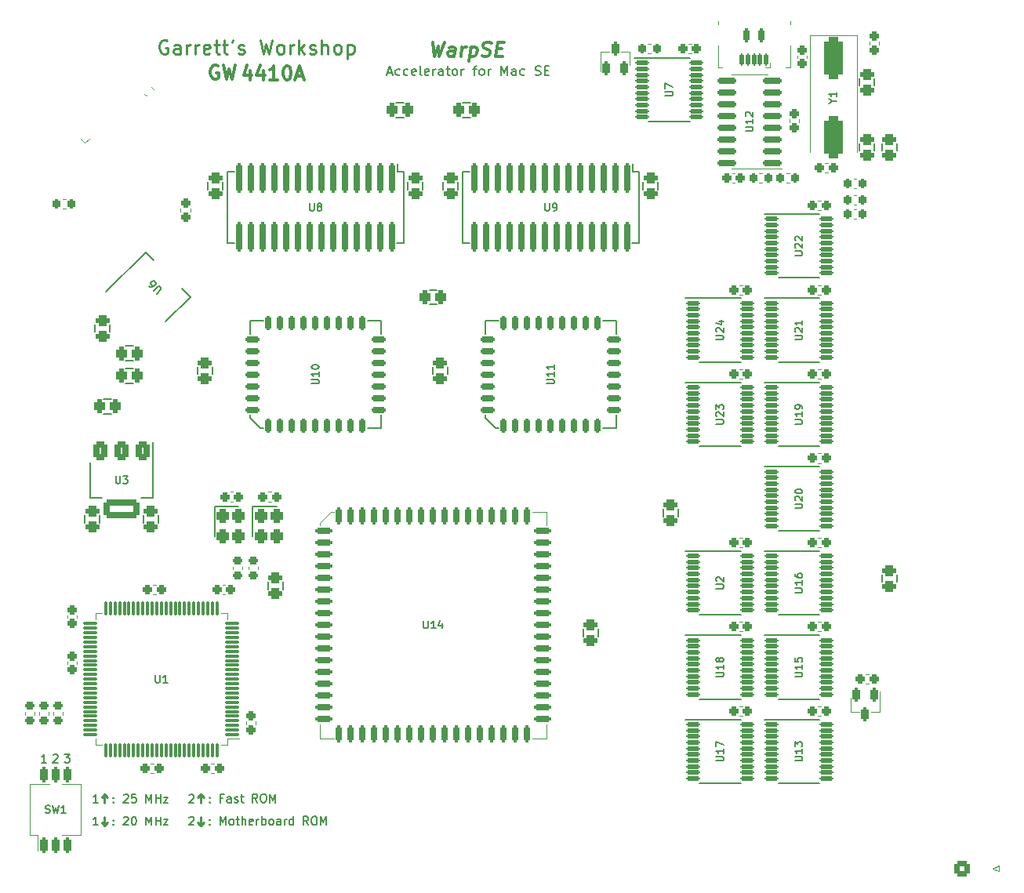
<source format=gto>
G04 #@! TF.GenerationSoftware,KiCad,Pcbnew,(6.0.2-0)*
G04 #@! TF.CreationDate,2022-03-27T22:45:06-04:00*
G04 #@! TF.ProjectId,WarpSE,57617270-5345-42e6-9b69-6361645f7063,rev?*
G04 #@! TF.SameCoordinates,Original*
G04 #@! TF.FileFunction,Legend,Top*
G04 #@! TF.FilePolarity,Positive*
%FSLAX46Y46*%
G04 Gerber Fmt 4.6, Leading zero omitted, Abs format (unit mm)*
G04 Created by KiCad (PCBNEW (6.0.2-0)) date 2022-03-27 22:45:06*
%MOMM*%
%LPD*%
G01*
G04 APERTURE LIST*
G04 Aperture macros list*
%AMRoundRect*
0 Rectangle with rounded corners*
0 $1 Rounding radius*
0 $2 $3 $4 $5 $6 $7 $8 $9 X,Y pos of 4 corners*
0 Add a 4 corners polygon primitive as box body*
4,1,4,$2,$3,$4,$5,$6,$7,$8,$9,$2,$3,0*
0 Add four circle primitives for the rounded corners*
1,1,$1+$1,$2,$3*
1,1,$1+$1,$4,$5*
1,1,$1+$1,$6,$7*
1,1,$1+$1,$8,$9*
0 Add four rect primitives between the rounded corners*
20,1,$1+$1,$2,$3,$4,$5,0*
20,1,$1+$1,$4,$5,$6,$7,0*
20,1,$1+$1,$6,$7,$8,$9,0*
20,1,$1+$1,$8,$9,$2,$3,0*%
G04 Aperture macros list end*
%ADD10C,0.220000*%
%ADD11C,0.300000*%
%ADD12C,0.203200*%
%ADD13C,0.225000*%
%ADD14C,0.152400*%
%ADD15C,0.120000*%
%ADD16C,0.200000*%
%ADD17C,0.150000*%
%ADD18RoundRect,0.312500X-0.437500X0.262500X-0.437500X-0.262500X0.437500X-0.262500X0.437500X0.262500X0*%
%ADD19RoundRect,0.312500X0.262500X0.437500X-0.262500X0.437500X-0.262500X-0.437500X0.262500X-0.437500X0*%
%ADD20RoundRect,0.262500X0.212500X0.262500X-0.212500X0.262500X-0.212500X-0.262500X0.212500X-0.262500X0*%
%ADD21RoundRect,0.312500X-0.262500X-0.437500X0.262500X-0.437500X0.262500X0.437500X-0.262500X0.437500X0*%
%ADD22RoundRect,0.099000X0.662500X0.075000X-0.662500X0.075000X-0.662500X-0.075000X0.662500X-0.075000X0*%
%ADD23RoundRect,0.099000X0.075000X0.662500X-0.075000X0.662500X-0.075000X-0.662500X0.075000X-0.662500X0*%
%ADD24RoundRect,0.312500X0.437500X-0.262500X0.437500X0.262500X-0.437500X0.262500X-0.437500X-0.262500X0*%
%ADD25RoundRect,0.350000X-0.176777X-0.813173X0.813173X0.176777X0.176777X0.813173X-0.813173X-0.176777X0*%
%ADD26RoundRect,0.350000X0.636396X-1.626346X1.626346X-0.636396X-0.636396X1.626346X-1.626346X0.636396X0*%
%ADD27RoundRect,0.200000X-0.150000X1.374000X-0.150000X-1.374000X0.150000X-1.374000X0.150000X1.374000X0*%
%ADD28C,2.950000*%
%ADD29RoundRect,0.299999X0.525001X0.525001X-0.525001X0.525001X-0.525001X-0.525001X0.525001X-0.525001X0*%
%ADD30C,1.650000*%
%ADD31RoundRect,0.262500X-0.212500X-0.262500X0.212500X-0.262500X0.212500X0.262500X-0.212500X0.262500X0*%
%ADD32RoundRect,0.136500X-0.612500X-0.112500X0.612500X-0.112500X0.612500X0.112500X-0.612500X0.112500X0*%
%ADD33RoundRect,0.262500X-0.262500X0.212500X-0.262500X-0.212500X0.262500X-0.212500X0.262500X0.212500X0*%
%ADD34RoundRect,0.262500X0.262500X-0.212500X0.262500X0.212500X-0.262500X0.212500X-0.262500X-0.212500X0*%
%ADD35C,2.000000*%
%ADD36C,1.448000*%
%ADD37RoundRect,0.225000X-0.300000X0.175000X-0.300000X-0.175000X0.300000X-0.175000X0.300000X0.175000X0*%
%ADD38RoundRect,0.350000X-0.300000X0.400000X-0.300000X-0.400000X0.300000X-0.400000X0.300000X0.400000X0*%
%ADD39RoundRect,0.200000X0.587500X-0.150000X0.587500X0.150000X-0.587500X0.150000X-0.587500X-0.150000X0*%
%ADD40RoundRect,0.200000X0.150000X-0.587500X0.150000X0.587500X-0.150000X0.587500X-0.150000X-0.587500X0*%
%ADD41RoundRect,0.200000X-0.150000X-0.700000X0.150000X-0.700000X0.150000X0.700000X-0.150000X0.700000X0*%
%ADD42RoundRect,0.200000X-0.700000X-0.150000X0.700000X-0.150000X0.700000X0.150000X-0.700000X0.150000X0*%
%ADD43RoundRect,0.350000X-0.450000X0.700000X-0.450000X-0.700000X0.450000X-0.700000X0.450000X0.700000X0*%
%ADD44RoundRect,0.350000X-1.600000X0.700000X-1.600000X-0.700000X1.600000X-0.700000X1.600000X0.700000X0*%
%ADD45C,2.474900*%
%ADD46C,1.090600*%
%ADD47C,0.887400*%
%ADD48RoundRect,0.120000X0.120000X0.545000X-0.120000X0.545000X-0.120000X-0.545000X0.120000X-0.545000X0*%
%ADD49O,1.170000X2.000000*%
%ADD50RoundRect,0.200000X0.150000X0.525000X-0.150000X0.525000X-0.150000X-0.525000X0.150000X-0.525000X0*%
%ADD51C,1.400000*%
%ADD52RoundRect,0.225000X0.175000X0.300000X-0.175000X0.300000X-0.175000X-0.300000X0.175000X-0.300000X0*%
%ADD53RoundRect,0.225000X0.335876X0.088388X0.088388X0.335876X-0.335876X-0.088388X-0.088388X-0.335876X0*%
%ADD54RoundRect,0.250000X-0.200000X0.475000X-0.200000X-0.475000X0.200000X-0.475000X0.200000X0.475000X0*%
%ADD55RoundRect,0.240000X0.190000X-0.572000X0.190000X0.572000X-0.190000X0.572000X-0.190000X-0.572000X0*%
%ADD56RoundRect,0.225000X-0.175000X-0.300000X0.175000X-0.300000X0.175000X0.300000X-0.175000X0.300000X0*%
%ADD57RoundRect,0.200000X0.825000X0.150000X-0.825000X0.150000X-0.825000X-0.150000X0.825000X-0.150000X0*%
%ADD58RoundRect,0.550000X-0.500000X1.750000X-0.500000X-1.750000X0.500000X-1.750000X0.500000X1.750000X0*%
%ADD59RoundRect,0.250000X0.200000X-0.475000X0.200000X0.475000X-0.200000X0.475000X-0.200000X-0.475000X0*%
G04 APERTURE END LIST*
D10*
X113108000Y-121539000D02*
X113425500Y-121856500D01*
X113108000Y-124904500D02*
X113425500Y-124587000D01*
X113108000Y-124904500D02*
X113108000Y-123952000D01*
X123507500Y-122491500D02*
X123507500Y-121539000D01*
X123507500Y-124904500D02*
X123825000Y-124587000D01*
X123507500Y-121539000D02*
X123190000Y-121856500D01*
X113108000Y-121539000D02*
X112790500Y-121856500D01*
X123507500Y-121539000D02*
X123825000Y-121856500D01*
X113108000Y-122491500D02*
X113108000Y-121539000D01*
X113108000Y-124904500D02*
X112790500Y-124587000D01*
X123507500Y-124904500D02*
X123190000Y-124587000D01*
X123507500Y-124904500D02*
X123507500Y-123952000D01*
D11*
X148527361Y-40313428D02*
X148699718Y-41837428D01*
X149126076Y-40748857D01*
X149280290Y-41837428D01*
X149833647Y-40313428D01*
X150876861Y-41837428D02*
X150976647Y-41039142D01*
X150922218Y-40894000D01*
X150786147Y-40821428D01*
X150495861Y-40821428D01*
X150341647Y-40894000D01*
X150885933Y-41764857D02*
X150731718Y-41837428D01*
X150368861Y-41837428D01*
X150232790Y-41764857D01*
X150178361Y-41619714D01*
X150196504Y-41474571D01*
X150287218Y-41329428D01*
X150441433Y-41256857D01*
X150804290Y-41256857D01*
X150958504Y-41184285D01*
X151602576Y-41837428D02*
X151729576Y-40821428D01*
X151693290Y-41111714D02*
X151784004Y-40966571D01*
X151865647Y-40894000D01*
X152019861Y-40821428D01*
X152165004Y-40821428D01*
X152673004Y-40821428D02*
X152482504Y-42345428D01*
X152663933Y-40894000D02*
X152818147Y-40821428D01*
X153108433Y-40821428D01*
X153244504Y-40894000D01*
X153308004Y-40966571D01*
X153362433Y-41111714D01*
X153308004Y-41547142D01*
X153217290Y-41692285D01*
X153135647Y-41764857D01*
X152981433Y-41837428D01*
X152691147Y-41837428D01*
X152555076Y-41764857D01*
X153861361Y-41764857D02*
X154070004Y-41837428D01*
X154432861Y-41837428D01*
X154587076Y-41764857D01*
X154668718Y-41692285D01*
X154759433Y-41547142D01*
X154777576Y-41402000D01*
X154723147Y-41256857D01*
X154659647Y-41184285D01*
X154523576Y-41111714D01*
X154242361Y-41039142D01*
X154106290Y-40966571D01*
X154042790Y-40894000D01*
X153988361Y-40748857D01*
X154006504Y-40603714D01*
X154097218Y-40458571D01*
X154178861Y-40386000D01*
X154333076Y-40313428D01*
X154695933Y-40313428D01*
X154904576Y-40386000D01*
X155476076Y-41039142D02*
X155984076Y-41039142D01*
X156102004Y-41837428D02*
X155376290Y-41837428D01*
X155566790Y-40313428D01*
X156292504Y-40313428D01*
D12*
X143667238Y-43603333D02*
X144151047Y-43603333D01*
X143570476Y-43893619D02*
X143909142Y-42877619D01*
X144247809Y-43893619D01*
X145021904Y-43845238D02*
X144925142Y-43893619D01*
X144731619Y-43893619D01*
X144634857Y-43845238D01*
X144586476Y-43796857D01*
X144538095Y-43700095D01*
X144538095Y-43409809D01*
X144586476Y-43313047D01*
X144634857Y-43264666D01*
X144731619Y-43216285D01*
X144925142Y-43216285D01*
X145021904Y-43264666D01*
X145892761Y-43845238D02*
X145796000Y-43893619D01*
X145602476Y-43893619D01*
X145505714Y-43845238D01*
X145457333Y-43796857D01*
X145408952Y-43700095D01*
X145408952Y-43409809D01*
X145457333Y-43313047D01*
X145505714Y-43264666D01*
X145602476Y-43216285D01*
X145796000Y-43216285D01*
X145892761Y-43264666D01*
X146715238Y-43845238D02*
X146618476Y-43893619D01*
X146424952Y-43893619D01*
X146328190Y-43845238D01*
X146279809Y-43748476D01*
X146279809Y-43361428D01*
X146328190Y-43264666D01*
X146424952Y-43216285D01*
X146618476Y-43216285D01*
X146715238Y-43264666D01*
X146763619Y-43361428D01*
X146763619Y-43458190D01*
X146279809Y-43554952D01*
X147344190Y-43893619D02*
X147247428Y-43845238D01*
X147199047Y-43748476D01*
X147199047Y-42877619D01*
X148118285Y-43845238D02*
X148021523Y-43893619D01*
X147828000Y-43893619D01*
X147731238Y-43845238D01*
X147682857Y-43748476D01*
X147682857Y-43361428D01*
X147731238Y-43264666D01*
X147828000Y-43216285D01*
X148021523Y-43216285D01*
X148118285Y-43264666D01*
X148166666Y-43361428D01*
X148166666Y-43458190D01*
X147682857Y-43554952D01*
X148602095Y-43893619D02*
X148602095Y-43216285D01*
X148602095Y-43409809D02*
X148650476Y-43313047D01*
X148698857Y-43264666D01*
X148795619Y-43216285D01*
X148892380Y-43216285D01*
X149666476Y-43893619D02*
X149666476Y-43361428D01*
X149618095Y-43264666D01*
X149521333Y-43216285D01*
X149327809Y-43216285D01*
X149231047Y-43264666D01*
X149666476Y-43845238D02*
X149569714Y-43893619D01*
X149327809Y-43893619D01*
X149231047Y-43845238D01*
X149182666Y-43748476D01*
X149182666Y-43651714D01*
X149231047Y-43554952D01*
X149327809Y-43506571D01*
X149569714Y-43506571D01*
X149666476Y-43458190D01*
X150005142Y-43216285D02*
X150392190Y-43216285D01*
X150150285Y-42877619D02*
X150150285Y-43748476D01*
X150198666Y-43845238D01*
X150295428Y-43893619D01*
X150392190Y-43893619D01*
X150876000Y-43893619D02*
X150779238Y-43845238D01*
X150730857Y-43796857D01*
X150682476Y-43700095D01*
X150682476Y-43409809D01*
X150730857Y-43313047D01*
X150779238Y-43264666D01*
X150876000Y-43216285D01*
X151021142Y-43216285D01*
X151117904Y-43264666D01*
X151166285Y-43313047D01*
X151214666Y-43409809D01*
X151214666Y-43700095D01*
X151166285Y-43796857D01*
X151117904Y-43845238D01*
X151021142Y-43893619D01*
X150876000Y-43893619D01*
X151650095Y-43893619D02*
X151650095Y-43216285D01*
X151650095Y-43409809D02*
X151698476Y-43313047D01*
X151746857Y-43264666D01*
X151843619Y-43216285D01*
X151940380Y-43216285D01*
X152908000Y-43216285D02*
X153295047Y-43216285D01*
X153053142Y-43893619D02*
X153053142Y-43022761D01*
X153101523Y-42926000D01*
X153198285Y-42877619D01*
X153295047Y-42877619D01*
X153778857Y-43893619D02*
X153682095Y-43845238D01*
X153633714Y-43796857D01*
X153585333Y-43700095D01*
X153585333Y-43409809D01*
X153633714Y-43313047D01*
X153682095Y-43264666D01*
X153778857Y-43216285D01*
X153924000Y-43216285D01*
X154020761Y-43264666D01*
X154069142Y-43313047D01*
X154117523Y-43409809D01*
X154117523Y-43700095D01*
X154069142Y-43796857D01*
X154020761Y-43845238D01*
X153924000Y-43893619D01*
X153778857Y-43893619D01*
X154552952Y-43893619D02*
X154552952Y-43216285D01*
X154552952Y-43409809D02*
X154601333Y-43313047D01*
X154649714Y-43264666D01*
X154746476Y-43216285D01*
X154843238Y-43216285D01*
X155956000Y-43893619D02*
X155956000Y-42877619D01*
X156294666Y-43603333D01*
X156633333Y-42877619D01*
X156633333Y-43893619D01*
X157552571Y-43893619D02*
X157552571Y-43361428D01*
X157504190Y-43264666D01*
X157407428Y-43216285D01*
X157213904Y-43216285D01*
X157117142Y-43264666D01*
X157552571Y-43845238D02*
X157455809Y-43893619D01*
X157213904Y-43893619D01*
X157117142Y-43845238D01*
X157068761Y-43748476D01*
X157068761Y-43651714D01*
X157117142Y-43554952D01*
X157213904Y-43506571D01*
X157455809Y-43506571D01*
X157552571Y-43458190D01*
X158471809Y-43845238D02*
X158375047Y-43893619D01*
X158181523Y-43893619D01*
X158084761Y-43845238D01*
X158036380Y-43796857D01*
X157988000Y-43700095D01*
X157988000Y-43409809D01*
X158036380Y-43313047D01*
X158084761Y-43264666D01*
X158181523Y-43216285D01*
X158375047Y-43216285D01*
X158471809Y-43264666D01*
X159632952Y-43845238D02*
X159778095Y-43893619D01*
X160020000Y-43893619D01*
X160116761Y-43845238D01*
X160165142Y-43796857D01*
X160213523Y-43700095D01*
X160213523Y-43603333D01*
X160165142Y-43506571D01*
X160116761Y-43458190D01*
X160020000Y-43409809D01*
X159826476Y-43361428D01*
X159729714Y-43313047D01*
X159681333Y-43264666D01*
X159632952Y-43167904D01*
X159632952Y-43071142D01*
X159681333Y-42974380D01*
X159729714Y-42926000D01*
X159826476Y-42877619D01*
X160068380Y-42877619D01*
X160213523Y-42926000D01*
X160648952Y-43361428D02*
X160987619Y-43361428D01*
X161132761Y-43893619D02*
X160648952Y-43893619D01*
X160648952Y-42877619D01*
X161132761Y-42877619D01*
D11*
X125368571Y-42874500D02*
X125225714Y-42803071D01*
X125011428Y-42803071D01*
X124797142Y-42874500D01*
X124654285Y-43017357D01*
X124582857Y-43160214D01*
X124511428Y-43445928D01*
X124511428Y-43660214D01*
X124582857Y-43945928D01*
X124654285Y-44088785D01*
X124797142Y-44231642D01*
X125011428Y-44303071D01*
X125154285Y-44303071D01*
X125368571Y-44231642D01*
X125440000Y-44160214D01*
X125440000Y-43660214D01*
X125154285Y-43660214D01*
X125940000Y-42803071D02*
X126297142Y-44303071D01*
X126582857Y-43231642D01*
X126868571Y-44303071D01*
X127225714Y-42803071D01*
X128830000Y-43366571D02*
X128830000Y-44366571D01*
X128472857Y-42795142D02*
X128115714Y-43866571D01*
X129044285Y-43866571D01*
X130258571Y-43366571D02*
X130258571Y-44366571D01*
X129901428Y-42795142D02*
X129544285Y-43866571D01*
X130472857Y-43866571D01*
X131830000Y-44366571D02*
X130972857Y-44366571D01*
X131401428Y-44366571D02*
X131401428Y-42866571D01*
X131258571Y-43080857D01*
X131115714Y-43223714D01*
X130972857Y-43295142D01*
X132758571Y-42866571D02*
X132901428Y-42866571D01*
X133044285Y-42938000D01*
X133115714Y-43009428D01*
X133187142Y-43152285D01*
X133258571Y-43438000D01*
X133258571Y-43795142D01*
X133187142Y-44080857D01*
X133115714Y-44223714D01*
X133044285Y-44295142D01*
X132901428Y-44366571D01*
X132758571Y-44366571D01*
X132615714Y-44295142D01*
X132544285Y-44223714D01*
X132472857Y-44080857D01*
X132401428Y-43795142D01*
X132401428Y-43438000D01*
X132472857Y-43152285D01*
X132544285Y-43009428D01*
X132615714Y-42938000D01*
X132758571Y-42866571D01*
X133830000Y-43938000D02*
X134544285Y-43938000D01*
X133687142Y-44366571D02*
X134187142Y-42866571D01*
X134687142Y-44366571D01*
D13*
X119887999Y-40132000D02*
X119742857Y-40059428D01*
X119525142Y-40059428D01*
X119307428Y-40132000D01*
X119162285Y-40277142D01*
X119089714Y-40422285D01*
X119017142Y-40712571D01*
X119017142Y-40930285D01*
X119089714Y-41220571D01*
X119162285Y-41365714D01*
X119307428Y-41510857D01*
X119525142Y-41583428D01*
X119670285Y-41583428D01*
X119887999Y-41510857D01*
X119960571Y-41438285D01*
X119960571Y-40930285D01*
X119670285Y-40930285D01*
X121266857Y-41583428D02*
X121266857Y-40785142D01*
X121194285Y-40640000D01*
X121049142Y-40567428D01*
X120758857Y-40567428D01*
X120613714Y-40640000D01*
X121266857Y-41510857D02*
X121121714Y-41583428D01*
X120758857Y-41583428D01*
X120613714Y-41510857D01*
X120541142Y-41365714D01*
X120541142Y-41220571D01*
X120613714Y-41075428D01*
X120758857Y-41002857D01*
X121121714Y-41002857D01*
X121266857Y-40930285D01*
X121992571Y-41583428D02*
X121992571Y-40567428D01*
X121992571Y-40857714D02*
X122065142Y-40712571D01*
X122137714Y-40640000D01*
X122282857Y-40567428D01*
X122427999Y-40567428D01*
X122935999Y-41583428D02*
X122935999Y-40567428D01*
X122935999Y-40857714D02*
X123008571Y-40712571D01*
X123081142Y-40640000D01*
X123226285Y-40567428D01*
X123371428Y-40567428D01*
X124459999Y-41510857D02*
X124314857Y-41583428D01*
X124024571Y-41583428D01*
X123879428Y-41510857D01*
X123806857Y-41365714D01*
X123806857Y-40785142D01*
X123879428Y-40640000D01*
X124024571Y-40567428D01*
X124314857Y-40567428D01*
X124459999Y-40640000D01*
X124532571Y-40785142D01*
X124532571Y-40930285D01*
X123806857Y-41075428D01*
X124967999Y-40567428D02*
X125548571Y-40567428D01*
X125185714Y-40059428D02*
X125185714Y-41365714D01*
X125258285Y-41510857D01*
X125403428Y-41583428D01*
X125548571Y-41583428D01*
X125838857Y-40567428D02*
X126419428Y-40567428D01*
X126056571Y-40059428D02*
X126056571Y-41365714D01*
X126129142Y-41510857D01*
X126274285Y-41583428D01*
X126419428Y-41583428D01*
X126999999Y-40059428D02*
X126999999Y-40132000D01*
X126927428Y-40277142D01*
X126854857Y-40349714D01*
X127580571Y-41510857D02*
X127725714Y-41583428D01*
X128015999Y-41583428D01*
X128161142Y-41510857D01*
X128233714Y-41365714D01*
X128233714Y-41293142D01*
X128161142Y-41148000D01*
X128015999Y-41075428D01*
X127798285Y-41075428D01*
X127653142Y-41002857D01*
X127580571Y-40857714D01*
X127580571Y-40785142D01*
X127653142Y-40640000D01*
X127798285Y-40567428D01*
X128015999Y-40567428D01*
X128161142Y-40640000D01*
X129902857Y-40059428D02*
X130265714Y-41583428D01*
X130555999Y-40494857D01*
X130846285Y-41583428D01*
X131209142Y-40059428D01*
X132007428Y-41583428D02*
X131862285Y-41510857D01*
X131789714Y-41438285D01*
X131717142Y-41293142D01*
X131717142Y-40857714D01*
X131789714Y-40712571D01*
X131862285Y-40640000D01*
X132007428Y-40567428D01*
X132225142Y-40567428D01*
X132370285Y-40640000D01*
X132442857Y-40712571D01*
X132515428Y-40857714D01*
X132515428Y-41293142D01*
X132442857Y-41438285D01*
X132370285Y-41510857D01*
X132225142Y-41583428D01*
X132007428Y-41583428D01*
X133168571Y-41583428D02*
X133168571Y-40567428D01*
X133168571Y-40857714D02*
X133241142Y-40712571D01*
X133313714Y-40640000D01*
X133458857Y-40567428D01*
X133603999Y-40567428D01*
X134111999Y-41583428D02*
X134111999Y-40059428D01*
X134257142Y-41002857D02*
X134692571Y-41583428D01*
X134692571Y-40567428D02*
X134111999Y-41148000D01*
X135273142Y-41510857D02*
X135418285Y-41583428D01*
X135708571Y-41583428D01*
X135853714Y-41510857D01*
X135926285Y-41365714D01*
X135926285Y-41293142D01*
X135853714Y-41148000D01*
X135708571Y-41075428D01*
X135490857Y-41075428D01*
X135345714Y-41002857D01*
X135273142Y-40857714D01*
X135273142Y-40785142D01*
X135345714Y-40640000D01*
X135490857Y-40567428D01*
X135708571Y-40567428D01*
X135853714Y-40640000D01*
X136579428Y-41583428D02*
X136579428Y-40059428D01*
X137232571Y-41583428D02*
X137232571Y-40785142D01*
X137160000Y-40640000D01*
X137014857Y-40567428D01*
X136797142Y-40567428D01*
X136652000Y-40640000D01*
X136579428Y-40712571D01*
X138176000Y-41583428D02*
X138030857Y-41510857D01*
X137958285Y-41438285D01*
X137885714Y-41293142D01*
X137885714Y-40857714D01*
X137958285Y-40712571D01*
X138030857Y-40640000D01*
X138176000Y-40567428D01*
X138393714Y-40567428D01*
X138538857Y-40640000D01*
X138611428Y-40712571D01*
X138684000Y-40857714D01*
X138684000Y-41293142D01*
X138611428Y-41438285D01*
X138538857Y-41510857D01*
X138393714Y-41583428D01*
X138176000Y-41583428D01*
X139337142Y-40567428D02*
X139337142Y-42091428D01*
X139337142Y-40640000D02*
X139482285Y-40567428D01*
X139772571Y-40567428D01*
X139917714Y-40640000D01*
X139990285Y-40712571D01*
X140062857Y-40857714D01*
X140062857Y-41293142D01*
X139990285Y-41438285D01*
X139917714Y-41510857D01*
X139772571Y-41583428D01*
X139482285Y-41583428D01*
X139337142Y-41510857D01*
D12*
X124488865Y-122336678D02*
X124531722Y-122379535D01*
X124488865Y-122422392D01*
X124446008Y-122379535D01*
X124488865Y-122336678D01*
X124488865Y-122422392D01*
X124488865Y-121865250D02*
X124531722Y-121908107D01*
X124488865Y-121950964D01*
X124446008Y-121908107D01*
X124488865Y-121865250D01*
X124488865Y-121950964D01*
X125903151Y-121950964D02*
X125603151Y-121950964D01*
X125603151Y-122422392D02*
X125603151Y-121522392D01*
X126031722Y-121522392D01*
X126760294Y-122422392D02*
X126760294Y-121950964D01*
X126717437Y-121865250D01*
X126631722Y-121822392D01*
X126460294Y-121822392D01*
X126374580Y-121865250D01*
X126760294Y-122379535D02*
X126674580Y-122422392D01*
X126460294Y-122422392D01*
X126374580Y-122379535D01*
X126331722Y-122293821D01*
X126331722Y-122208107D01*
X126374580Y-122122392D01*
X126460294Y-122079535D01*
X126674580Y-122079535D01*
X126760294Y-122036678D01*
X127146008Y-122379535D02*
X127231722Y-122422392D01*
X127403151Y-122422392D01*
X127488865Y-122379535D01*
X127531722Y-122293821D01*
X127531722Y-122250964D01*
X127488865Y-122165250D01*
X127403151Y-122122392D01*
X127274580Y-122122392D01*
X127188865Y-122079535D01*
X127146008Y-121993821D01*
X127146008Y-121950964D01*
X127188865Y-121865250D01*
X127274580Y-121822392D01*
X127403151Y-121822392D01*
X127488865Y-121865250D01*
X127788865Y-121822392D02*
X128131722Y-121822392D01*
X127917437Y-121522392D02*
X127917437Y-122293821D01*
X127960294Y-122379535D01*
X128046008Y-122422392D01*
X128131722Y-122422392D01*
X129631722Y-122422392D02*
X129331722Y-121993821D01*
X129117437Y-122422392D02*
X129117437Y-121522392D01*
X129460294Y-121522392D01*
X129546008Y-121565250D01*
X129588865Y-121608107D01*
X129631722Y-121693821D01*
X129631722Y-121822392D01*
X129588865Y-121908107D01*
X129546008Y-121950964D01*
X129460294Y-121993821D01*
X129117437Y-121993821D01*
X130188865Y-121522392D02*
X130360294Y-121522392D01*
X130446008Y-121565250D01*
X130531722Y-121650964D01*
X130574580Y-121822392D01*
X130574580Y-122122392D01*
X130531722Y-122293821D01*
X130446008Y-122379535D01*
X130360294Y-122422392D01*
X130188865Y-122422392D01*
X130103151Y-122379535D01*
X130017437Y-122293821D01*
X129974580Y-122122392D01*
X129974580Y-121822392D01*
X130017437Y-121650964D01*
X130103151Y-121565250D01*
X130188865Y-121522392D01*
X130960294Y-122422392D02*
X130960294Y-121522392D01*
X131260294Y-122165250D01*
X131560294Y-121522392D01*
X131560294Y-122422392D01*
X124488865Y-124749678D02*
X124531722Y-124792535D01*
X124488865Y-124835392D01*
X124446008Y-124792535D01*
X124488865Y-124749678D01*
X124488865Y-124835392D01*
X124488865Y-124278250D02*
X124531722Y-124321107D01*
X124488865Y-124363964D01*
X124446008Y-124321107D01*
X124488865Y-124278250D01*
X124488865Y-124363964D01*
X125603151Y-124835392D02*
X125603151Y-123935392D01*
X125903151Y-124578250D01*
X126203151Y-123935392D01*
X126203151Y-124835392D01*
X126760294Y-124835392D02*
X126674580Y-124792535D01*
X126631722Y-124749678D01*
X126588865Y-124663964D01*
X126588865Y-124406821D01*
X126631722Y-124321107D01*
X126674580Y-124278250D01*
X126760294Y-124235392D01*
X126888865Y-124235392D01*
X126974580Y-124278250D01*
X127017437Y-124321107D01*
X127060294Y-124406821D01*
X127060294Y-124663964D01*
X127017437Y-124749678D01*
X126974580Y-124792535D01*
X126888865Y-124835392D01*
X126760294Y-124835392D01*
X127317437Y-124235392D02*
X127660294Y-124235392D01*
X127446008Y-123935392D02*
X127446008Y-124706821D01*
X127488865Y-124792535D01*
X127574580Y-124835392D01*
X127660294Y-124835392D01*
X127960294Y-124835392D02*
X127960294Y-123935392D01*
X128346008Y-124835392D02*
X128346008Y-124363964D01*
X128303151Y-124278250D01*
X128217437Y-124235392D01*
X128088865Y-124235392D01*
X128003151Y-124278250D01*
X127960294Y-124321107D01*
X129117437Y-124792535D02*
X129031722Y-124835392D01*
X128860294Y-124835392D01*
X128774580Y-124792535D01*
X128731722Y-124706821D01*
X128731722Y-124363964D01*
X128774580Y-124278250D01*
X128860294Y-124235392D01*
X129031722Y-124235392D01*
X129117437Y-124278250D01*
X129160294Y-124363964D01*
X129160294Y-124449678D01*
X128731722Y-124535392D01*
X129546008Y-124835392D02*
X129546008Y-124235392D01*
X129546008Y-124406821D02*
X129588865Y-124321107D01*
X129631722Y-124278250D01*
X129717437Y-124235392D01*
X129803151Y-124235392D01*
X130103151Y-124835392D02*
X130103151Y-123935392D01*
X130103151Y-124278250D02*
X130188865Y-124235392D01*
X130360294Y-124235392D01*
X130446008Y-124278250D01*
X130488865Y-124321107D01*
X130531722Y-124406821D01*
X130531722Y-124663964D01*
X130488865Y-124749678D01*
X130446008Y-124792535D01*
X130360294Y-124835392D01*
X130188865Y-124835392D01*
X130103151Y-124792535D01*
X131046008Y-124835392D02*
X130960294Y-124792535D01*
X130917437Y-124749678D01*
X130874580Y-124663964D01*
X130874580Y-124406821D01*
X130917437Y-124321107D01*
X130960294Y-124278250D01*
X131046008Y-124235392D01*
X131174580Y-124235392D01*
X131260294Y-124278250D01*
X131303151Y-124321107D01*
X131346008Y-124406821D01*
X131346008Y-124663964D01*
X131303151Y-124749678D01*
X131260294Y-124792535D01*
X131174580Y-124835392D01*
X131046008Y-124835392D01*
X132117437Y-124835392D02*
X132117437Y-124363964D01*
X132074580Y-124278250D01*
X131988865Y-124235392D01*
X131817437Y-124235392D01*
X131731722Y-124278250D01*
X132117437Y-124792535D02*
X132031722Y-124835392D01*
X131817437Y-124835392D01*
X131731722Y-124792535D01*
X131688865Y-124706821D01*
X131688865Y-124621107D01*
X131731722Y-124535392D01*
X131817437Y-124492535D01*
X132031722Y-124492535D01*
X132117437Y-124449678D01*
X132546008Y-124835392D02*
X132546008Y-124235392D01*
X132546008Y-124406821D02*
X132588865Y-124321107D01*
X132631722Y-124278250D01*
X132717437Y-124235392D01*
X132803151Y-124235392D01*
X133488865Y-124835392D02*
X133488865Y-123935392D01*
X133488865Y-124792535D02*
X133403151Y-124835392D01*
X133231722Y-124835392D01*
X133146008Y-124792535D01*
X133103151Y-124749678D01*
X133060294Y-124663964D01*
X133060294Y-124406821D01*
X133103151Y-124321107D01*
X133146008Y-124278250D01*
X133231722Y-124235392D01*
X133403151Y-124235392D01*
X133488865Y-124278250D01*
X135117437Y-124835392D02*
X134817437Y-124406821D01*
X134603151Y-124835392D02*
X134603151Y-123935392D01*
X134946008Y-123935392D01*
X135031722Y-123978250D01*
X135074580Y-124021107D01*
X135117437Y-124106821D01*
X135117437Y-124235392D01*
X135074580Y-124321107D01*
X135031722Y-124363964D01*
X134946008Y-124406821D01*
X134603151Y-124406821D01*
X135674580Y-123935392D02*
X135846008Y-123935392D01*
X135931722Y-123978250D01*
X136017437Y-124063964D01*
X136060294Y-124235392D01*
X136060294Y-124535392D01*
X136017437Y-124706821D01*
X135931722Y-124792535D01*
X135846008Y-124835392D01*
X135674580Y-124835392D01*
X135588865Y-124792535D01*
X135503151Y-124706821D01*
X135460294Y-124535392D01*
X135460294Y-124235392D01*
X135503151Y-124063964D01*
X135588865Y-123978250D01*
X135674580Y-123935392D01*
X136446008Y-124835392D02*
X136446008Y-123935392D01*
X136746008Y-124578250D01*
X137046008Y-123935392D01*
X137046008Y-124835392D01*
X107565857Y-117321857D02*
X107608714Y-117279000D01*
X107694428Y-117236142D01*
X107908714Y-117236142D01*
X107994428Y-117279000D01*
X108037285Y-117321857D01*
X108080142Y-117407571D01*
X108080142Y-117493285D01*
X108037285Y-117621857D01*
X107523000Y-118136142D01*
X108080142Y-118136142D01*
X114089365Y-122368428D02*
X114132222Y-122411285D01*
X114089365Y-122454142D01*
X114046508Y-122411285D01*
X114089365Y-122368428D01*
X114089365Y-122454142D01*
X114089365Y-121897000D02*
X114132222Y-121939857D01*
X114089365Y-121982714D01*
X114046508Y-121939857D01*
X114089365Y-121897000D01*
X114089365Y-121982714D01*
X115160794Y-121639857D02*
X115203651Y-121597000D01*
X115289365Y-121554142D01*
X115503651Y-121554142D01*
X115589365Y-121597000D01*
X115632222Y-121639857D01*
X115675080Y-121725571D01*
X115675080Y-121811285D01*
X115632222Y-121939857D01*
X115117937Y-122454142D01*
X115675080Y-122454142D01*
X116489365Y-121554142D02*
X116060794Y-121554142D01*
X116017937Y-121982714D01*
X116060794Y-121939857D01*
X116146508Y-121897000D01*
X116360794Y-121897000D01*
X116446508Y-121939857D01*
X116489365Y-121982714D01*
X116532222Y-122068428D01*
X116532222Y-122282714D01*
X116489365Y-122368428D01*
X116446508Y-122411285D01*
X116360794Y-122454142D01*
X116146508Y-122454142D01*
X116060794Y-122411285D01*
X116017937Y-122368428D01*
X117603651Y-122454142D02*
X117603651Y-121554142D01*
X117903651Y-122197000D01*
X118203651Y-121554142D01*
X118203651Y-122454142D01*
X118632222Y-122454142D02*
X118632222Y-121554142D01*
X118632222Y-121982714D02*
X119146508Y-121982714D01*
X119146508Y-122454142D02*
X119146508Y-121554142D01*
X119489365Y-121854142D02*
X119960794Y-121854142D01*
X119489365Y-122454142D01*
X119960794Y-122454142D01*
X122248857Y-124052857D02*
X122291714Y-124010000D01*
X122377428Y-123967142D01*
X122591714Y-123967142D01*
X122677428Y-124010000D01*
X122720285Y-124052857D01*
X122763142Y-124138571D01*
X122763142Y-124224285D01*
X122720285Y-124352857D01*
X122206000Y-124867142D01*
X122763142Y-124867142D01*
X114089365Y-124781428D02*
X114132222Y-124824285D01*
X114089365Y-124867142D01*
X114046508Y-124824285D01*
X114089365Y-124781428D01*
X114089365Y-124867142D01*
X114089365Y-124310000D02*
X114132222Y-124352857D01*
X114089365Y-124395714D01*
X114046508Y-124352857D01*
X114089365Y-124310000D01*
X114089365Y-124395714D01*
X115160794Y-124052857D02*
X115203651Y-124010000D01*
X115289365Y-123967142D01*
X115503651Y-123967142D01*
X115589365Y-124010000D01*
X115632222Y-124052857D01*
X115675080Y-124138571D01*
X115675080Y-124224285D01*
X115632222Y-124352857D01*
X115117937Y-124867142D01*
X115675080Y-124867142D01*
X116232222Y-123967142D02*
X116317937Y-123967142D01*
X116403651Y-124010000D01*
X116446508Y-124052857D01*
X116489365Y-124138571D01*
X116532222Y-124310000D01*
X116532222Y-124524285D01*
X116489365Y-124695714D01*
X116446508Y-124781428D01*
X116403651Y-124824285D01*
X116317937Y-124867142D01*
X116232222Y-124867142D01*
X116146508Y-124824285D01*
X116103651Y-124781428D01*
X116060794Y-124695714D01*
X116017937Y-124524285D01*
X116017937Y-124310000D01*
X116060794Y-124138571D01*
X116103651Y-124052857D01*
X116146508Y-124010000D01*
X116232222Y-123967142D01*
X117603651Y-124867142D02*
X117603651Y-123967142D01*
X117903651Y-124610000D01*
X118203651Y-123967142D01*
X118203651Y-124867142D01*
X118632222Y-124867142D02*
X118632222Y-123967142D01*
X118632222Y-124395714D02*
X119146508Y-124395714D01*
X119146508Y-124867142D02*
X119146508Y-123967142D01*
X119489365Y-124267142D02*
X119960794Y-124267142D01*
X119489365Y-124867142D01*
X119960794Y-124867142D01*
X106810142Y-118136142D02*
X106295857Y-118136142D01*
X106553000Y-118136142D02*
X106553000Y-117236142D01*
X106467285Y-117364714D01*
X106381571Y-117450428D01*
X106295857Y-117493285D01*
X108793000Y-117236142D02*
X109350142Y-117236142D01*
X109050142Y-117579000D01*
X109178714Y-117579000D01*
X109264428Y-117621857D01*
X109307285Y-117664714D01*
X109350142Y-117750428D01*
X109350142Y-117964714D01*
X109307285Y-118050428D01*
X109264428Y-118093285D01*
X109178714Y-118136142D01*
X108921571Y-118136142D01*
X108835857Y-118093285D01*
X108793000Y-118050428D01*
X112398142Y-124867142D02*
X111883857Y-124867142D01*
X112141000Y-124867142D02*
X112141000Y-123967142D01*
X112055285Y-124095714D01*
X111969571Y-124181428D01*
X111883857Y-124224285D01*
X122248857Y-121639857D02*
X122291714Y-121597000D01*
X122377428Y-121554142D01*
X122591714Y-121554142D01*
X122677428Y-121597000D01*
X122720285Y-121639857D01*
X122763142Y-121725571D01*
X122763142Y-121811285D01*
X122720285Y-121939857D01*
X122206000Y-122454142D01*
X122763142Y-122454142D01*
X112398142Y-122454142D02*
X111883857Y-122454142D01*
X112141000Y-122454142D02*
X112141000Y-121554142D01*
X112055285Y-121682714D01*
X111969571Y-121768428D01*
X111883857Y-121811285D01*
X118630723Y-108654895D02*
X118630723Y-109312876D01*
X118669428Y-109390285D01*
X118708133Y-109428990D01*
X118785542Y-109467695D01*
X118940361Y-109467695D01*
X119017771Y-109428990D01*
X119056476Y-109390285D01*
X119095180Y-109312876D01*
X119095180Y-108654895D01*
X119907980Y-109467695D02*
X119443523Y-109467695D01*
X119675752Y-109467695D02*
X119675752Y-108654895D01*
X119598342Y-108771009D01*
X119520933Y-108848419D01*
X119443523Y-108887123D01*
X118723157Y-67502630D02*
X119188420Y-67037368D01*
X119215788Y-66955262D01*
X119215788Y-66900526D01*
X119188420Y-66818420D01*
X119078946Y-66708947D01*
X118996841Y-66681579D01*
X118942104Y-66681579D01*
X118859999Y-66708947D01*
X118394737Y-67174210D01*
X117874737Y-66654210D02*
X117984211Y-66763684D01*
X118066316Y-66791052D01*
X118121053Y-66791052D01*
X118257895Y-66763684D01*
X118394737Y-66681579D01*
X118613684Y-66462631D01*
X118641052Y-66380526D01*
X118641052Y-66325789D01*
X118613684Y-66243684D01*
X118504210Y-66134211D01*
X118422105Y-66106842D01*
X118367368Y-66106842D01*
X118285263Y-66134211D01*
X118148421Y-66271053D01*
X118121053Y-66353158D01*
X118121053Y-66407895D01*
X118148421Y-66490000D01*
X118257895Y-66599473D01*
X118340000Y-66626842D01*
X118394737Y-66626842D01*
X118476842Y-66599473D01*
X160670723Y-57720895D02*
X160670723Y-58378876D01*
X160709428Y-58456285D01*
X160748133Y-58494990D01*
X160825542Y-58533695D01*
X160980361Y-58533695D01*
X161057771Y-58494990D01*
X161096476Y-58456285D01*
X161135180Y-58378876D01*
X161135180Y-57720895D01*
X161560933Y-58533695D02*
X161715752Y-58533695D01*
X161793161Y-58494990D01*
X161831866Y-58456285D01*
X161909276Y-58340171D01*
X161947980Y-58185352D01*
X161947980Y-57875714D01*
X161909276Y-57798304D01*
X161870571Y-57759600D01*
X161793161Y-57720895D01*
X161638342Y-57720895D01*
X161560933Y-57759600D01*
X161522228Y-57798304D01*
X161483523Y-57875714D01*
X161483523Y-58069238D01*
X161522228Y-58146647D01*
X161560933Y-58185352D01*
X161638342Y-58224057D01*
X161793161Y-58224057D01*
X161870571Y-58185352D01*
X161909276Y-58146647D01*
X161947980Y-58069238D01*
X179154895Y-99344276D02*
X179812876Y-99344276D01*
X179890285Y-99305571D01*
X179928990Y-99266866D01*
X179967695Y-99189457D01*
X179967695Y-99034638D01*
X179928990Y-98957228D01*
X179890285Y-98918523D01*
X179812876Y-98879819D01*
X179154895Y-98879819D01*
X179232304Y-98531476D02*
X179193600Y-98492771D01*
X179154895Y-98415361D01*
X179154895Y-98221838D01*
X179193600Y-98144428D01*
X179232304Y-98105723D01*
X179309714Y-98067019D01*
X179387123Y-98067019D01*
X179503238Y-98105723D01*
X179967695Y-98570180D01*
X179967695Y-98067019D01*
X179154895Y-72431323D02*
X179812876Y-72431323D01*
X179890285Y-72392619D01*
X179928990Y-72353914D01*
X179967695Y-72276504D01*
X179967695Y-72121685D01*
X179928990Y-72044276D01*
X179890285Y-72005571D01*
X179812876Y-71966866D01*
X179154895Y-71966866D01*
X179232304Y-71618523D02*
X179193600Y-71579819D01*
X179154895Y-71502409D01*
X179154895Y-71308885D01*
X179193600Y-71231476D01*
X179232304Y-71192771D01*
X179309714Y-71154066D01*
X179387123Y-71154066D01*
X179503238Y-71192771D01*
X179967695Y-71657228D01*
X179967695Y-71154066D01*
X179425828Y-70457380D02*
X179967695Y-70457380D01*
X179116190Y-70650904D02*
X179696761Y-70844428D01*
X179696761Y-70341266D01*
X179154895Y-81531323D02*
X179812876Y-81531323D01*
X179890285Y-81492619D01*
X179928990Y-81453914D01*
X179967695Y-81376504D01*
X179967695Y-81221685D01*
X179928990Y-81144276D01*
X179890285Y-81105571D01*
X179812876Y-81066866D01*
X179154895Y-81066866D01*
X179232304Y-80718523D02*
X179193600Y-80679819D01*
X179154895Y-80602409D01*
X179154895Y-80408885D01*
X179193600Y-80331476D01*
X179232304Y-80292771D01*
X179309714Y-80254066D01*
X179387123Y-80254066D01*
X179503238Y-80292771D01*
X179967695Y-80757228D01*
X179967695Y-80254066D01*
X179154895Y-79983133D02*
X179154895Y-79479971D01*
X179464533Y-79750904D01*
X179464533Y-79634790D01*
X179503238Y-79557380D01*
X179541942Y-79518676D01*
X179619352Y-79479971D01*
X179812876Y-79479971D01*
X179890285Y-79518676D01*
X179928990Y-79557380D01*
X179967695Y-79634790D01*
X179967695Y-79867019D01*
X179928990Y-79944428D01*
X179890285Y-79983133D01*
X187654895Y-63331323D02*
X188312876Y-63331323D01*
X188390285Y-63292619D01*
X188428990Y-63253914D01*
X188467695Y-63176504D01*
X188467695Y-63021685D01*
X188428990Y-62944276D01*
X188390285Y-62905571D01*
X188312876Y-62866866D01*
X187654895Y-62866866D01*
X187732304Y-62518523D02*
X187693600Y-62479819D01*
X187654895Y-62402409D01*
X187654895Y-62208885D01*
X187693600Y-62131476D01*
X187732304Y-62092771D01*
X187809714Y-62054066D01*
X187887123Y-62054066D01*
X188003238Y-62092771D01*
X188467695Y-62557228D01*
X188467695Y-62054066D01*
X187732304Y-61744428D02*
X187693600Y-61705723D01*
X187654895Y-61628314D01*
X187654895Y-61434790D01*
X187693600Y-61357380D01*
X187732304Y-61318676D01*
X187809714Y-61279971D01*
X187887123Y-61279971D01*
X188003238Y-61318676D01*
X188467695Y-61783133D01*
X188467695Y-61279971D01*
X187654895Y-72431323D02*
X188312876Y-72431323D01*
X188390285Y-72392619D01*
X188428990Y-72353914D01*
X188467695Y-72276504D01*
X188467695Y-72121685D01*
X188428990Y-72044276D01*
X188390285Y-72005571D01*
X188312876Y-71966866D01*
X187654895Y-71966866D01*
X187732304Y-71618523D02*
X187693600Y-71579819D01*
X187654895Y-71502409D01*
X187654895Y-71308885D01*
X187693600Y-71231476D01*
X187732304Y-71192771D01*
X187809714Y-71154066D01*
X187887123Y-71154066D01*
X188003238Y-71192771D01*
X188467695Y-71657228D01*
X188467695Y-71154066D01*
X188467695Y-70379971D02*
X188467695Y-70844428D01*
X188467695Y-70612200D02*
X187654895Y-70612200D01*
X187771009Y-70689609D01*
X187848419Y-70767019D01*
X187887123Y-70844428D01*
X187654895Y-90631323D02*
X188312876Y-90631323D01*
X188390285Y-90592619D01*
X188428990Y-90553914D01*
X188467695Y-90476504D01*
X188467695Y-90321685D01*
X188428990Y-90244276D01*
X188390285Y-90205571D01*
X188312876Y-90166866D01*
X187654895Y-90166866D01*
X187732304Y-89818523D02*
X187693600Y-89779819D01*
X187654895Y-89702409D01*
X187654895Y-89508885D01*
X187693600Y-89431476D01*
X187732304Y-89392771D01*
X187809714Y-89354066D01*
X187887123Y-89354066D01*
X188003238Y-89392771D01*
X188467695Y-89857228D01*
X188467695Y-89354066D01*
X187654895Y-88850904D02*
X187654895Y-88773495D01*
X187693600Y-88696085D01*
X187732304Y-88657380D01*
X187809714Y-88618676D01*
X187964533Y-88579971D01*
X188158057Y-88579971D01*
X188312876Y-88618676D01*
X188390285Y-88657380D01*
X188428990Y-88696085D01*
X188467695Y-88773495D01*
X188467695Y-88850904D01*
X188428990Y-88928314D01*
X188390285Y-88967019D01*
X188312876Y-89005723D01*
X188158057Y-89044428D01*
X187964533Y-89044428D01*
X187809714Y-89005723D01*
X187732304Y-88967019D01*
X187693600Y-88928314D01*
X187654895Y-88850904D01*
X187654895Y-81531323D02*
X188312876Y-81531323D01*
X188390285Y-81492619D01*
X188428990Y-81453914D01*
X188467695Y-81376504D01*
X188467695Y-81221685D01*
X188428990Y-81144276D01*
X188390285Y-81105571D01*
X188312876Y-81066866D01*
X187654895Y-81066866D01*
X188467695Y-80254066D02*
X188467695Y-80718523D01*
X188467695Y-80486295D02*
X187654895Y-80486295D01*
X187771009Y-80563704D01*
X187848419Y-80641114D01*
X187887123Y-80718523D01*
X188467695Y-79867019D02*
X188467695Y-79712200D01*
X188428990Y-79634790D01*
X188390285Y-79596085D01*
X188274171Y-79518676D01*
X188119352Y-79479971D01*
X187809714Y-79479971D01*
X187732304Y-79518676D01*
X187693600Y-79557380D01*
X187654895Y-79634790D01*
X187654895Y-79789609D01*
X187693600Y-79867019D01*
X187732304Y-79905723D01*
X187809714Y-79944428D01*
X188003238Y-79944428D01*
X188080647Y-79905723D01*
X188119352Y-79867019D01*
X188158057Y-79789609D01*
X188158057Y-79634790D01*
X188119352Y-79557380D01*
X188080647Y-79518676D01*
X188003238Y-79479971D01*
X179154895Y-108831323D02*
X179812876Y-108831323D01*
X179890285Y-108792619D01*
X179928990Y-108753914D01*
X179967695Y-108676504D01*
X179967695Y-108521685D01*
X179928990Y-108444276D01*
X179890285Y-108405571D01*
X179812876Y-108366866D01*
X179154895Y-108366866D01*
X179967695Y-107554066D02*
X179967695Y-108018523D01*
X179967695Y-107786295D02*
X179154895Y-107786295D01*
X179271009Y-107863704D01*
X179348419Y-107941114D01*
X179387123Y-108018523D01*
X179503238Y-107089609D02*
X179464533Y-107167019D01*
X179425828Y-107205723D01*
X179348419Y-107244428D01*
X179309714Y-107244428D01*
X179232304Y-107205723D01*
X179193600Y-107167019D01*
X179154895Y-107089609D01*
X179154895Y-106934790D01*
X179193600Y-106857380D01*
X179232304Y-106818676D01*
X179309714Y-106779971D01*
X179348419Y-106779971D01*
X179425828Y-106818676D01*
X179464533Y-106857380D01*
X179503238Y-106934790D01*
X179503238Y-107089609D01*
X179541942Y-107167019D01*
X179580647Y-107205723D01*
X179658057Y-107244428D01*
X179812876Y-107244428D01*
X179890285Y-107205723D01*
X179928990Y-107167019D01*
X179967695Y-107089609D01*
X179967695Y-106934790D01*
X179928990Y-106857380D01*
X179890285Y-106818676D01*
X179812876Y-106779971D01*
X179658057Y-106779971D01*
X179580647Y-106818676D01*
X179541942Y-106857380D01*
X179503238Y-106934790D01*
X179154895Y-117931323D02*
X179812876Y-117931323D01*
X179890285Y-117892619D01*
X179928990Y-117853914D01*
X179967695Y-117776504D01*
X179967695Y-117621685D01*
X179928990Y-117544276D01*
X179890285Y-117505571D01*
X179812876Y-117466866D01*
X179154895Y-117466866D01*
X179967695Y-116654066D02*
X179967695Y-117118523D01*
X179967695Y-116886295D02*
X179154895Y-116886295D01*
X179271009Y-116963704D01*
X179348419Y-117041114D01*
X179387123Y-117118523D01*
X179154895Y-116383133D02*
X179154895Y-115841266D01*
X179967695Y-116189609D01*
X187654895Y-99731323D02*
X188312876Y-99731323D01*
X188390285Y-99692619D01*
X188428990Y-99653914D01*
X188467695Y-99576504D01*
X188467695Y-99421685D01*
X188428990Y-99344276D01*
X188390285Y-99305571D01*
X188312876Y-99266866D01*
X187654895Y-99266866D01*
X188467695Y-98454066D02*
X188467695Y-98918523D01*
X188467695Y-98686295D02*
X187654895Y-98686295D01*
X187771009Y-98763704D01*
X187848419Y-98841114D01*
X187887123Y-98918523D01*
X187654895Y-97757380D02*
X187654895Y-97912200D01*
X187693600Y-97989609D01*
X187732304Y-98028314D01*
X187848419Y-98105723D01*
X188003238Y-98144428D01*
X188312876Y-98144428D01*
X188390285Y-98105723D01*
X188428990Y-98067019D01*
X188467695Y-97989609D01*
X188467695Y-97834790D01*
X188428990Y-97757380D01*
X188390285Y-97718676D01*
X188312876Y-97679971D01*
X188119352Y-97679971D01*
X188041942Y-97718676D01*
X188003238Y-97757380D01*
X187964533Y-97834790D01*
X187964533Y-97989609D01*
X188003238Y-98067019D01*
X188041942Y-98105723D01*
X188119352Y-98144428D01*
X187654895Y-108831323D02*
X188312876Y-108831323D01*
X188390285Y-108792619D01*
X188428990Y-108753914D01*
X188467695Y-108676504D01*
X188467695Y-108521685D01*
X188428990Y-108444276D01*
X188390285Y-108405571D01*
X188312876Y-108366866D01*
X187654895Y-108366866D01*
X188467695Y-107554066D02*
X188467695Y-108018523D01*
X188467695Y-107786295D02*
X187654895Y-107786295D01*
X187771009Y-107863704D01*
X187848419Y-107941114D01*
X187887123Y-108018523D01*
X187654895Y-106818676D02*
X187654895Y-107205723D01*
X188041942Y-107244428D01*
X188003238Y-107205723D01*
X187964533Y-107128314D01*
X187964533Y-106934790D01*
X188003238Y-106857380D01*
X188041942Y-106818676D01*
X188119352Y-106779971D01*
X188312876Y-106779971D01*
X188390285Y-106818676D01*
X188428990Y-106857380D01*
X188467695Y-106934790D01*
X188467695Y-107128314D01*
X188428990Y-107205723D01*
X188390285Y-107244428D01*
X187654895Y-117931323D02*
X188312876Y-117931323D01*
X188390285Y-117892619D01*
X188428990Y-117853914D01*
X188467695Y-117776504D01*
X188467695Y-117621685D01*
X188428990Y-117544276D01*
X188390285Y-117505571D01*
X188312876Y-117466866D01*
X187654895Y-117466866D01*
X188467695Y-116654066D02*
X188467695Y-117118523D01*
X188467695Y-116886295D02*
X187654895Y-116886295D01*
X187771009Y-116963704D01*
X187848419Y-117041114D01*
X187887123Y-117118523D01*
X187654895Y-116383133D02*
X187654895Y-115879971D01*
X187964533Y-116150904D01*
X187964533Y-116034790D01*
X188003238Y-115957380D01*
X188041942Y-115918676D01*
X188119352Y-115879971D01*
X188312876Y-115879971D01*
X188390285Y-115918676D01*
X188428990Y-115957380D01*
X188467695Y-116034790D01*
X188467695Y-116267019D01*
X188428990Y-116344428D01*
X188390285Y-116383133D01*
X135270723Y-57720895D02*
X135270723Y-58378876D01*
X135309428Y-58456285D01*
X135348133Y-58494990D01*
X135425542Y-58533695D01*
X135580361Y-58533695D01*
X135657771Y-58494990D01*
X135696476Y-58456285D01*
X135735180Y-58378876D01*
X135735180Y-57720895D01*
X136238342Y-58069238D02*
X136160933Y-58030533D01*
X136122228Y-57991828D01*
X136083523Y-57914419D01*
X136083523Y-57875714D01*
X136122228Y-57798304D01*
X136160933Y-57759600D01*
X136238342Y-57720895D01*
X136393161Y-57720895D01*
X136470571Y-57759600D01*
X136509276Y-57798304D01*
X136547980Y-57875714D01*
X136547980Y-57914419D01*
X136509276Y-57991828D01*
X136470571Y-58030533D01*
X136393161Y-58069238D01*
X136238342Y-58069238D01*
X136160933Y-58107942D01*
X136122228Y-58146647D01*
X136083523Y-58224057D01*
X136083523Y-58378876D01*
X136122228Y-58456285D01*
X136160933Y-58494990D01*
X136238342Y-58533695D01*
X136393161Y-58533695D01*
X136470571Y-58494990D01*
X136509276Y-58456285D01*
X136547980Y-58378876D01*
X136547980Y-58224057D01*
X136509276Y-58146647D01*
X136470571Y-58107942D01*
X136393161Y-58069238D01*
X135444895Y-77206323D02*
X136102876Y-77206323D01*
X136180285Y-77167619D01*
X136218990Y-77128914D01*
X136257695Y-77051504D01*
X136257695Y-76896685D01*
X136218990Y-76819276D01*
X136180285Y-76780571D01*
X136102876Y-76741866D01*
X135444895Y-76741866D01*
X136257695Y-75929066D02*
X136257695Y-76393523D01*
X136257695Y-76161295D02*
X135444895Y-76161295D01*
X135561009Y-76238704D01*
X135638419Y-76316114D01*
X135677123Y-76393523D01*
X135444895Y-75425904D02*
X135444895Y-75348495D01*
X135483600Y-75271085D01*
X135522304Y-75232380D01*
X135599714Y-75193676D01*
X135754533Y-75154971D01*
X135948057Y-75154971D01*
X136102876Y-75193676D01*
X136180285Y-75232380D01*
X136218990Y-75271085D01*
X136257695Y-75348495D01*
X136257695Y-75425904D01*
X136218990Y-75503314D01*
X136180285Y-75542019D01*
X136102876Y-75580723D01*
X135948057Y-75619428D01*
X135754533Y-75619428D01*
X135599714Y-75580723D01*
X135522304Y-75542019D01*
X135483600Y-75503314D01*
X135444895Y-75425904D01*
X160844895Y-77206323D02*
X161502876Y-77206323D01*
X161580285Y-77167619D01*
X161618990Y-77128914D01*
X161657695Y-77051504D01*
X161657695Y-76896685D01*
X161618990Y-76819276D01*
X161580285Y-76780571D01*
X161502876Y-76741866D01*
X160844895Y-76741866D01*
X161657695Y-75929066D02*
X161657695Y-76393523D01*
X161657695Y-76161295D02*
X160844895Y-76161295D01*
X160961009Y-76238704D01*
X161038419Y-76316114D01*
X161077123Y-76393523D01*
X161657695Y-75154971D02*
X161657695Y-75619428D01*
X161657695Y-75387200D02*
X160844895Y-75387200D01*
X160961009Y-75464609D01*
X161038419Y-75542019D01*
X161077123Y-75619428D01*
X147583676Y-102805895D02*
X147583676Y-103463876D01*
X147622380Y-103541285D01*
X147661085Y-103579990D01*
X147738495Y-103618695D01*
X147893314Y-103618695D01*
X147970723Y-103579990D01*
X148009428Y-103541285D01*
X148048133Y-103463876D01*
X148048133Y-102805895D01*
X148860933Y-103618695D02*
X148396476Y-103618695D01*
X148628704Y-103618695D02*
X148628704Y-102805895D01*
X148551295Y-102922009D01*
X148473885Y-102999419D01*
X148396476Y-103038123D01*
X149557619Y-103076828D02*
X149557619Y-103618695D01*
X149364095Y-102767190D02*
X149170571Y-103347761D01*
X149673733Y-103347761D01*
X114330723Y-87154895D02*
X114330723Y-87812876D01*
X114369428Y-87890285D01*
X114408133Y-87928990D01*
X114485542Y-87967695D01*
X114640361Y-87967695D01*
X114717771Y-87928990D01*
X114756476Y-87890285D01*
X114795180Y-87812876D01*
X114795180Y-87154895D01*
X115104819Y-87154895D02*
X115607980Y-87154895D01*
X115337047Y-87464533D01*
X115453161Y-87464533D01*
X115530571Y-87503238D01*
X115569276Y-87541942D01*
X115607980Y-87619352D01*
X115607980Y-87812876D01*
X115569276Y-87890285D01*
X115530571Y-87928990D01*
X115453161Y-87967695D01*
X115220933Y-87967695D01*
X115143523Y-87928990D01*
X115104819Y-87890285D01*
X106739266Y-123518990D02*
X106855380Y-123557695D01*
X107048904Y-123557695D01*
X107126314Y-123518990D01*
X107165019Y-123480285D01*
X107203723Y-123402876D01*
X107203723Y-123325466D01*
X107165019Y-123248057D01*
X107126314Y-123209352D01*
X107048904Y-123170647D01*
X106894085Y-123131942D01*
X106816676Y-123093238D01*
X106777971Y-123054533D01*
X106739266Y-122977123D01*
X106739266Y-122899714D01*
X106777971Y-122822304D01*
X106816676Y-122783600D01*
X106894085Y-122744895D01*
X107087609Y-122744895D01*
X107203723Y-122783600D01*
X107474657Y-122744895D02*
X107668180Y-123557695D01*
X107823000Y-122977123D01*
X107977819Y-123557695D01*
X108171342Y-122744895D01*
X108906733Y-123557695D02*
X108442276Y-123557695D01*
X108674504Y-123557695D02*
X108674504Y-122744895D01*
X108597095Y-122861009D01*
X108519685Y-122938419D01*
X108442276Y-122977123D01*
X173654895Y-46094276D02*
X174312876Y-46094276D01*
X174390285Y-46055571D01*
X174428990Y-46016866D01*
X174467695Y-45939457D01*
X174467695Y-45784638D01*
X174428990Y-45707228D01*
X174390285Y-45668523D01*
X174312876Y-45629819D01*
X173654895Y-45629819D01*
X173654895Y-45320180D02*
X173654895Y-44778314D01*
X174467695Y-45126657D01*
X182307895Y-49901323D02*
X182965876Y-49901323D01*
X183043285Y-49862619D01*
X183081990Y-49823914D01*
X183120695Y-49746504D01*
X183120695Y-49591685D01*
X183081990Y-49514276D01*
X183043285Y-49475571D01*
X182965876Y-49436866D01*
X182307895Y-49436866D01*
X183120695Y-48624066D02*
X183120695Y-49088523D01*
X183120695Y-48856295D02*
X182307895Y-48856295D01*
X182424009Y-48933704D01*
X182501419Y-49011114D01*
X182540123Y-49088523D01*
X182385304Y-48314428D02*
X182346600Y-48275723D01*
X182307895Y-48198314D01*
X182307895Y-48004790D01*
X182346600Y-47927380D01*
X182385304Y-47888676D01*
X182462714Y-47849971D01*
X182540123Y-47849971D01*
X182656238Y-47888676D01*
X183120695Y-48353133D01*
X183120695Y-47849971D01*
X191780647Y-46687047D02*
X192167695Y-46687047D01*
X191354895Y-46957980D02*
X191780647Y-46687047D01*
X191354895Y-46416114D01*
X192167695Y-45719428D02*
X192167695Y-46183885D01*
X192167695Y-45951657D02*
X191354895Y-45951657D01*
X191471009Y-46029066D01*
X191548419Y-46106476D01*
X191587123Y-46183885D01*
D14*
X113703000Y-70801600D02*
X113703000Y-71614400D01*
X112103000Y-70801600D02*
X112103000Y-71614400D01*
X116205900Y-74714000D02*
X115393100Y-74714000D01*
X116205900Y-73114000D02*
X115393100Y-73114000D01*
X116205900Y-75527000D02*
X115393100Y-75527000D01*
X116205900Y-77127000D02*
X115393100Y-77127000D01*
D15*
X131112779Y-89910000D02*
X130787221Y-89910000D01*
X131112779Y-88890000D02*
X130787221Y-88890000D01*
D14*
X112993600Y-78850000D02*
X113806400Y-78850000D01*
X112993600Y-80450000D02*
X113806400Y-80450000D01*
D15*
X112140000Y-116210000D02*
X112140000Y-115510000D01*
X125660000Y-101990000D02*
X126360000Y-101990000D01*
X126360000Y-115510000D02*
X127650000Y-115510000D01*
X112840000Y-101990000D02*
X112140000Y-101990000D01*
X112140000Y-101990000D02*
X112140000Y-102690000D01*
X125660000Y-116210000D02*
X126360000Y-116210000D01*
X126360000Y-116210000D02*
X126360000Y-115510000D01*
X126360000Y-101990000D02*
X126360000Y-102690000D01*
X112840000Y-116210000D02*
X112140000Y-116210000D01*
D14*
X196253000Y-45022400D02*
X196253000Y-44209600D01*
X194653000Y-45022400D02*
X194653000Y-44209600D01*
X196253000Y-51243600D02*
X196253000Y-52056400D01*
X194653000Y-51243600D02*
X194653000Y-52056400D01*
X197066000Y-51243600D02*
X197066000Y-52056400D01*
X198666000Y-51243600D02*
X198666000Y-52056400D01*
X119703087Y-70469382D02*
X122361808Y-67810660D01*
X113289628Y-67237904D02*
X117539340Y-62988192D01*
X122361808Y-67810660D02*
X121470854Y-66919706D01*
X117539340Y-62988192D02*
X118430294Y-63879146D01*
D16*
X151765000Y-54291000D02*
X151765000Y-62041000D01*
X170815000Y-54291000D02*
X170815000Y-62041000D01*
X151765000Y-62041000D02*
X152510000Y-62041000D01*
X170815000Y-62041000D02*
X170070000Y-62041000D01*
X170815000Y-54291000D02*
X170165000Y-54291000D01*
X151765000Y-54291000D02*
X152510000Y-54291000D01*
X170165000Y-54291000D02*
X170165000Y-53467000D01*
D15*
X209730000Y-129240000D02*
X209050000Y-129540000D01*
X209050000Y-129540000D02*
X209730000Y-129840000D01*
X209730000Y-129840000D02*
X209730000Y-129240000D01*
X125837221Y-99960000D02*
X126162779Y-99960000D01*
X125837221Y-98940000D02*
X126162779Y-98940000D01*
D17*
X177375000Y-102175000D02*
X181825000Y-102175000D01*
X175850000Y-95275000D02*
X181825000Y-95275000D01*
D15*
X181962779Y-93840000D02*
X181637221Y-93840000D01*
X181962779Y-94860000D02*
X181637221Y-94860000D01*
X190462779Y-58460000D02*
X190137221Y-58460000D01*
X190462779Y-57440000D02*
X190137221Y-57440000D01*
X190462779Y-94860000D02*
X190137221Y-94860000D01*
X190462779Y-93840000D02*
X190137221Y-93840000D01*
X190462779Y-84740000D02*
X190137221Y-84740000D01*
X190462779Y-85760000D02*
X190137221Y-85760000D01*
X181962779Y-112040000D02*
X181637221Y-112040000D01*
X181962779Y-113060000D02*
X181637221Y-113060000D01*
X190462779Y-112040000D02*
X190137221Y-112040000D01*
X190462779Y-113060000D02*
X190137221Y-113060000D01*
X190462779Y-67560000D02*
X190137221Y-67560000D01*
X190462779Y-66540000D02*
X190137221Y-66540000D01*
X181962779Y-66540000D02*
X181637221Y-66540000D01*
X181962779Y-67560000D02*
X181637221Y-67560000D01*
X181962779Y-76660000D02*
X181637221Y-76660000D01*
X181962779Y-75640000D02*
X181637221Y-75640000D01*
X181962779Y-102940000D02*
X181637221Y-102940000D01*
X181962779Y-103960000D02*
X181637221Y-103960000D01*
X190462779Y-103960000D02*
X190137221Y-103960000D01*
X190462779Y-102940000D02*
X190137221Y-102940000D01*
D14*
X197066000Y-98616400D02*
X197066000Y-97803600D01*
X198666000Y-98616400D02*
X198666000Y-97803600D01*
X130772000Y-98614600D02*
X130772000Y-99427400D01*
X132372000Y-98614600D02*
X132372000Y-99427400D01*
X164808000Y-103694600D02*
X164808000Y-104507400D01*
X166408000Y-103694600D02*
X166408000Y-104507400D01*
D17*
X177375000Y-74875000D02*
X181825000Y-74875000D01*
X175850000Y-67975000D02*
X181825000Y-67975000D01*
X177375000Y-83975000D02*
X181825000Y-83975000D01*
X175850000Y-77075000D02*
X181825000Y-77075000D01*
X185875000Y-65775000D02*
X190325000Y-65775000D01*
X184350000Y-58875000D02*
X190325000Y-58875000D01*
X185875000Y-74875000D02*
X190325000Y-74875000D01*
X184350000Y-67975000D02*
X190325000Y-67975000D01*
X185875000Y-93075000D02*
X190325000Y-93075000D01*
X184350000Y-86175000D02*
X190325000Y-86175000D01*
X184350000Y-77075000D02*
X190325000Y-77075000D01*
X185875000Y-83975000D02*
X190325000Y-83975000D01*
X177375000Y-111275000D02*
X181825000Y-111275000D01*
X175850000Y-104375000D02*
X181825000Y-104375000D01*
X175850000Y-113475000D02*
X181825000Y-113475000D01*
X177375000Y-120375000D02*
X181825000Y-120375000D01*
X184350000Y-95275000D02*
X190325000Y-95275000D01*
X185875000Y-102175000D02*
X190325000Y-102175000D01*
X185875000Y-111275000D02*
X190325000Y-111275000D01*
X184350000Y-104375000D02*
X190325000Y-104375000D01*
X184350000Y-113475000D02*
X190325000Y-113475000D01*
X185875000Y-120375000D02*
X190325000Y-120375000D01*
D16*
X126365000Y-54291000D02*
X126365000Y-62041000D01*
X145415000Y-54291000D02*
X145415000Y-62041000D01*
X126365000Y-62041000D02*
X127110000Y-62041000D01*
X144765000Y-54291000D02*
X144765000Y-53467000D01*
X145415000Y-62041000D02*
X144670000Y-62041000D01*
X145415000Y-54291000D02*
X144765000Y-54291000D01*
X126365000Y-54291000D02*
X127110000Y-54291000D01*
D15*
X127012779Y-88890000D02*
X126687221Y-88890000D01*
X127012779Y-89910000D02*
X126687221Y-89910000D01*
X124587221Y-119260000D02*
X124912779Y-119260000D01*
X124587221Y-118240000D02*
X124912779Y-118240000D01*
X109090000Y-107187221D02*
X109090000Y-107512779D01*
X110110000Y-107187221D02*
X110110000Y-107512779D01*
X118412779Y-119260000D02*
X118087221Y-119260000D01*
X118412779Y-118240000D02*
X118087221Y-118240000D01*
X118662779Y-98940000D02*
X118337221Y-98940000D01*
X118662779Y-99960000D02*
X118337221Y-99960000D01*
X129410000Y-113687221D02*
X129410000Y-114012779D01*
X128390000Y-113687221D02*
X128390000Y-114012779D01*
X110110000Y-102512779D02*
X110110000Y-102187221D01*
X109090000Y-102512779D02*
X109090000Y-102187221D01*
X129660000Y-96937221D02*
X129660000Y-97262779D01*
X128640000Y-96937221D02*
X128640000Y-97262779D01*
X126940000Y-96937221D02*
X126940000Y-97262779D01*
X127960000Y-96937221D02*
X127960000Y-97262779D01*
X106043000Y-112613221D02*
X106043000Y-112938779D01*
X107063000Y-112613221D02*
X107063000Y-112938779D01*
X107567000Y-112613221D02*
X107567000Y-112938779D01*
X108587000Y-112613221D02*
X108587000Y-112938779D01*
D14*
X129100000Y-90450000D02*
X129100000Y-93700000D01*
X131700000Y-90450000D02*
X129100000Y-90450000D01*
X127600000Y-90450000D02*
X125000000Y-90450000D01*
X125000000Y-90450000D02*
X125000000Y-93700000D01*
X128795000Y-80570000D02*
X128795000Y-80852782D01*
X129967218Y-82025000D02*
X130250000Y-82025000D01*
X142985000Y-80570000D02*
X142985000Y-82025000D01*
X128795000Y-70375000D02*
X130250000Y-70375000D01*
X142985000Y-71830000D02*
X142985000Y-70375000D01*
X128795000Y-80852782D02*
X129967218Y-82025000D01*
X142985000Y-82025000D02*
X141530000Y-82025000D01*
X128795000Y-71830000D02*
X128795000Y-70375000D01*
X142985000Y-70375000D02*
X141530000Y-70375000D01*
X154195000Y-80852782D02*
X155367218Y-82025000D01*
X154195000Y-70375000D02*
X155650000Y-70375000D01*
X154195000Y-80570000D02*
X154195000Y-80852782D01*
X154195000Y-71830000D02*
X154195000Y-70375000D01*
X168385000Y-80570000D02*
X168385000Y-82025000D01*
X155367218Y-82025000D02*
X155650000Y-82025000D01*
X168385000Y-71830000D02*
X168385000Y-70375000D01*
X168385000Y-70375000D02*
X166930000Y-70375000D01*
X168385000Y-82025000D02*
X166930000Y-82025000D01*
D15*
X159310000Y-115476800D02*
X160815800Y-115476800D01*
X160815800Y-91025200D02*
X160815800Y-92531000D01*
X136364200Y-115476800D02*
X136364200Y-113971000D01*
X159310000Y-91025200D02*
X160815800Y-91025200D01*
X137870000Y-115476800D02*
X136364200Y-115476800D01*
X160815800Y-115476800D02*
X160815800Y-113971000D01*
X137539418Y-91025200D02*
X136364200Y-92200418D01*
X137870000Y-91025200D02*
X137539418Y-91025200D01*
X136364200Y-92200418D02*
X136364200Y-92531000D01*
D14*
X118360000Y-83500000D02*
X118360000Y-89510000D01*
X111540000Y-85750000D02*
X111540000Y-89510000D01*
X118360000Y-89510000D02*
X117100000Y-89510000D01*
X111540000Y-89510000D02*
X112800000Y-89510000D01*
X112600000Y-91393600D02*
X112600000Y-92206400D01*
X111000000Y-91393600D02*
X111000000Y-92206400D01*
X118900000Y-91393600D02*
X118900000Y-92206400D01*
X117300000Y-91393600D02*
X117300000Y-92206400D01*
X124752000Y-75373600D02*
X124752000Y-76186400D01*
X123152000Y-75373600D02*
X123152000Y-76186400D01*
X148552000Y-75373600D02*
X148552000Y-76186400D01*
X150152000Y-75373600D02*
X150152000Y-76186400D01*
X171285000Y-55434600D02*
X171285000Y-56247400D01*
X172885000Y-55434600D02*
X172885000Y-56247400D01*
X125895000Y-55434600D02*
X125895000Y-56247400D01*
X124295000Y-55434600D02*
X124295000Y-56247400D01*
X147485000Y-55434600D02*
X147485000Y-56247400D01*
X145885000Y-55434600D02*
X145885000Y-56247400D01*
X151295000Y-55434600D02*
X151295000Y-56247400D01*
X149695000Y-55434600D02*
X149695000Y-56247400D01*
D15*
X190462779Y-75640000D02*
X190137221Y-75640000D01*
X190462779Y-76660000D02*
X190137221Y-76660000D01*
X111447012Y-50741013D02*
X110998000Y-51190026D01*
X110998000Y-51190026D02*
X110548987Y-50741013D01*
X184950000Y-43025000D02*
X184950000Y-42575000D01*
X187150000Y-38062500D02*
X187150000Y-38425000D01*
X179350000Y-43025000D02*
X179800000Y-43025000D01*
X187150000Y-43025000D02*
X186700000Y-43025000D01*
X184950000Y-43025000D02*
X184500000Y-43025000D01*
X187150000Y-40662500D02*
X187150000Y-43025000D01*
X179350000Y-40662500D02*
X179350000Y-43025000D01*
X179350000Y-38062500D02*
X179350000Y-38425000D01*
X108912779Y-58260000D02*
X108587221Y-58260000D01*
X108912779Y-57240000D02*
X108587221Y-57240000D01*
X118389412Y-45405163D02*
X118159207Y-45174958D01*
X117668163Y-46126412D02*
X117437958Y-45896207D01*
X196830000Y-112610000D02*
X195900000Y-112610000D01*
X193670000Y-112610000D02*
X193670000Y-111150000D01*
X193670000Y-112610000D02*
X194600000Y-112610000D01*
X196830000Y-112610000D02*
X196830000Y-110450000D01*
X110588000Y-125950000D02*
X110588000Y-120430000D01*
X108518000Y-125950000D02*
X110588000Y-125950000D01*
X105057000Y-125950000D02*
X105057000Y-120430000D01*
X105873000Y-127636000D02*
X105873000Y-125950000D01*
X105057000Y-125950000D02*
X105873000Y-125950000D01*
X105057000Y-120430000D02*
X107128000Y-120430000D01*
X108518000Y-120430000D02*
X110588000Y-120430000D01*
X104519000Y-112613221D02*
X104519000Y-112938779D01*
X105539000Y-112613221D02*
X105539000Y-112938779D01*
X187069000Y-48942779D02*
X187069000Y-48617221D01*
X188089000Y-48942779D02*
X188089000Y-48617221D01*
X191212779Y-53390000D02*
X190887221Y-53390000D01*
X191212779Y-54410000D02*
X190887221Y-54410000D01*
X172112779Y-41560000D02*
X171787221Y-41560000D01*
X172112779Y-40540000D02*
X171787221Y-40540000D01*
X186743221Y-54481000D02*
X187068779Y-54481000D01*
X186743221Y-55501000D02*
X187068779Y-55501000D01*
X194312779Y-58340000D02*
X193987221Y-58340000D01*
X194312779Y-59360000D02*
X193987221Y-59360000D01*
D17*
X170350000Y-42025000D02*
X176325000Y-42025000D01*
X171875000Y-48925000D02*
X176325000Y-48925000D01*
D15*
X195612779Y-109560000D02*
X195287221Y-109560000D01*
X195612779Y-108540000D02*
X195287221Y-108540000D01*
D14*
X175050000Y-90743600D02*
X175050000Y-91556400D01*
X173450000Y-90743600D02*
X173450000Y-91556400D01*
D15*
X183796721Y-54481000D02*
X184122279Y-54481000D01*
X183796721Y-55501000D02*
X184122279Y-55501000D01*
X182753000Y-53955000D02*
X180803000Y-53955000D01*
X182753000Y-53955000D02*
X186203000Y-53955000D01*
X182753000Y-43835000D02*
X180803000Y-43835000D01*
X182753000Y-43835000D02*
X184703000Y-43835000D01*
X180863721Y-55501000D02*
X181189279Y-55501000D01*
X180863721Y-54481000D02*
X181189279Y-54481000D01*
X194350000Y-52200000D02*
X194350000Y-39600000D01*
X189250000Y-39600000D02*
X189250000Y-52200000D01*
X194350000Y-39600000D02*
X189250000Y-39600000D01*
X169830000Y-41340000D02*
X169830000Y-42800000D01*
X169830000Y-41340000D02*
X168900000Y-41340000D01*
X166670000Y-41340000D02*
X166670000Y-43500000D01*
X166670000Y-41340000D02*
X167600000Y-41340000D01*
X194312779Y-56840000D02*
X193987221Y-56840000D01*
X194312779Y-57860000D02*
X193987221Y-57860000D01*
X188960000Y-42062779D02*
X188960000Y-41737221D01*
X187940000Y-42062779D02*
X187940000Y-41737221D01*
X176462779Y-41560000D02*
X176137221Y-41560000D01*
X176462779Y-40540000D02*
X176137221Y-40540000D01*
X121340000Y-58287221D02*
X121340000Y-58612779D01*
X122360000Y-58287221D02*
X122360000Y-58612779D01*
X196710000Y-40237221D02*
X196710000Y-40562779D01*
X195690000Y-40237221D02*
X195690000Y-40562779D01*
X194312779Y-55040000D02*
X193987221Y-55040000D01*
X194312779Y-56060000D02*
X193987221Y-56060000D01*
D14*
X144588600Y-48425000D02*
X145401400Y-48425000D01*
X144588600Y-46825000D02*
X145401400Y-46825000D01*
X152591400Y-48425000D02*
X151778600Y-48425000D01*
X152591400Y-46825000D02*
X151778600Y-46825000D01*
X148193600Y-68650000D02*
X149006400Y-68650000D01*
X148193600Y-67050000D02*
X149006400Y-67050000D01*
%LPC*%
D18*
X112903000Y-70358000D03*
X112903000Y-72058000D03*
D19*
X116649500Y-73914000D03*
X114949500Y-73914000D03*
X116649500Y-76327000D03*
X114949500Y-76327000D03*
D20*
X131700000Y-89400000D03*
X130200000Y-89400000D03*
D21*
X112550000Y-79650000D03*
X114250000Y-79650000D03*
D22*
X126912500Y-115100000D03*
X126912500Y-114600000D03*
X126912500Y-114100000D03*
X126912500Y-113600000D03*
X126912500Y-113100000D03*
X126912500Y-112600000D03*
X126912500Y-112100000D03*
X126912500Y-111600000D03*
X126912500Y-111100000D03*
X126912500Y-110600000D03*
X126912500Y-110100000D03*
X126912500Y-109600000D03*
X126912500Y-109100000D03*
X126912500Y-108600000D03*
X126912500Y-108100000D03*
X126912500Y-107600000D03*
X126912500Y-107100000D03*
X126912500Y-106600000D03*
X126912500Y-106100000D03*
X126912500Y-105600000D03*
X126912500Y-105100000D03*
X126912500Y-104600000D03*
X126912500Y-104100000D03*
X126912500Y-103600000D03*
X126912500Y-103100000D03*
D23*
X125250000Y-101437500D03*
X124750000Y-101437500D03*
X124250000Y-101437500D03*
X123750000Y-101437500D03*
X123250000Y-101437500D03*
X122750000Y-101437500D03*
X122250000Y-101437500D03*
X121750000Y-101437500D03*
X121250000Y-101437500D03*
X120750000Y-101437500D03*
X120250000Y-101437500D03*
X119750000Y-101437500D03*
X119250000Y-101437500D03*
X118750000Y-101437500D03*
X118250000Y-101437500D03*
X117750000Y-101437500D03*
X117250000Y-101437500D03*
X116750000Y-101437500D03*
X116250000Y-101437500D03*
X115750000Y-101437500D03*
X115250000Y-101437500D03*
X114750000Y-101437500D03*
X114250000Y-101437500D03*
X113750000Y-101437500D03*
X113250000Y-101437500D03*
D22*
X111587500Y-103100000D03*
X111587500Y-103600000D03*
X111587500Y-104100000D03*
X111587500Y-104600000D03*
X111587500Y-105100000D03*
X111587500Y-105600000D03*
X111587500Y-106100000D03*
X111587500Y-106600000D03*
X111587500Y-107100000D03*
X111587500Y-107600000D03*
X111587500Y-108100000D03*
X111587500Y-108600000D03*
X111587500Y-109100000D03*
X111587500Y-109600000D03*
X111587500Y-110100000D03*
X111587500Y-110600000D03*
X111587500Y-111100000D03*
X111587500Y-111600000D03*
X111587500Y-112100000D03*
X111587500Y-112600000D03*
X111587500Y-113100000D03*
X111587500Y-113600000D03*
X111587500Y-114100000D03*
X111587500Y-114600000D03*
X111587500Y-115100000D03*
D23*
X113250000Y-116762500D03*
X113750000Y-116762500D03*
X114250000Y-116762500D03*
X114750000Y-116762500D03*
X115250000Y-116762500D03*
X115750000Y-116762500D03*
X116250000Y-116762500D03*
X116750000Y-116762500D03*
X117250000Y-116762500D03*
X117750000Y-116762500D03*
X118250000Y-116762500D03*
X118750000Y-116762500D03*
X119250000Y-116762500D03*
X119750000Y-116762500D03*
X120250000Y-116762500D03*
X120750000Y-116762500D03*
X121250000Y-116762500D03*
X121750000Y-116762500D03*
X122250000Y-116762500D03*
X122750000Y-116762500D03*
X123250000Y-116762500D03*
X123750000Y-116762500D03*
X124250000Y-116762500D03*
X124750000Y-116762500D03*
X125250000Y-116762500D03*
D24*
X195453000Y-45466000D03*
X195453000Y-43766000D03*
D18*
X195453000Y-50800000D03*
X195453000Y-52500000D03*
X197866000Y-50800000D03*
X197866000Y-52500000D03*
D25*
X114746268Y-67351041D03*
X116372614Y-68977386D03*
D26*
X120827386Y-64522614D03*
D25*
X117998959Y-70603732D03*
D27*
X169545000Y-54991000D03*
X168275000Y-54991000D03*
X167005000Y-54991000D03*
X165735000Y-54991000D03*
X164465000Y-54991000D03*
X163195000Y-54991000D03*
X161925000Y-54991000D03*
X160655000Y-54991000D03*
X159385000Y-54991000D03*
X158115000Y-54991000D03*
X156845000Y-54991000D03*
X155575000Y-54991000D03*
X154305000Y-54991000D03*
X153035000Y-54991000D03*
X153035000Y-61341000D03*
X154305000Y-61341000D03*
X155575000Y-61341000D03*
X156845000Y-61341000D03*
X158115000Y-61341000D03*
X159385000Y-61341000D03*
X160655000Y-61341000D03*
X161925000Y-61341000D03*
X163195000Y-61341000D03*
X164465000Y-61341000D03*
X165735000Y-61341000D03*
X167005000Y-61341000D03*
X168275000Y-61341000D03*
X169545000Y-61341000D03*
D28*
X203500000Y-135170000D03*
X203500000Y-45170000D03*
D29*
X205740000Y-129540000D03*
D30*
X205740000Y-127000000D03*
X205740000Y-124460000D03*
X205740000Y-121920000D03*
X205740000Y-119380000D03*
X205740000Y-116840000D03*
X205740000Y-114300000D03*
X205740000Y-111760000D03*
X205740000Y-109220000D03*
X205740000Y-106680000D03*
X205740000Y-104140000D03*
X205740000Y-101600000D03*
X205740000Y-99060000D03*
X205740000Y-96520000D03*
X205740000Y-93980000D03*
X205740000Y-91440000D03*
X205740000Y-88900000D03*
X205740000Y-86360000D03*
X205740000Y-83820000D03*
X205740000Y-81280000D03*
X205740000Y-78740000D03*
X205740000Y-76200000D03*
X205740000Y-73660000D03*
X205740000Y-71120000D03*
X205740000Y-68580000D03*
X205740000Y-66040000D03*
X205740000Y-63500000D03*
X205740000Y-60960000D03*
X205740000Y-58420000D03*
X205740000Y-55880000D03*
X205740000Y-53340000D03*
X205740000Y-50800000D03*
X203200000Y-129540000D03*
X203200000Y-127000000D03*
X203200000Y-124460000D03*
X203200000Y-121920000D03*
X203200000Y-119380000D03*
X203200000Y-116840000D03*
X203200000Y-114300000D03*
X203200000Y-111760000D03*
X203200000Y-109220000D03*
X203200000Y-106680000D03*
X203200000Y-104140000D03*
X203200000Y-101600000D03*
X203200000Y-99060000D03*
X203200000Y-96520000D03*
X203200000Y-93980000D03*
X203200000Y-91440000D03*
X203200000Y-88900000D03*
X203200000Y-86360000D03*
X203200000Y-83820000D03*
X203200000Y-81280000D03*
X203200000Y-78740000D03*
X203200000Y-76200000D03*
X203200000Y-73660000D03*
X203200000Y-71120000D03*
X203200000Y-68580000D03*
X203200000Y-66040000D03*
X203200000Y-63500000D03*
X203200000Y-60960000D03*
X203200000Y-58420000D03*
X203200000Y-55880000D03*
X203200000Y-53340000D03*
X203200000Y-50800000D03*
X200660000Y-129540000D03*
X200660000Y-127000000D03*
X200660000Y-124460000D03*
X200660000Y-121920000D03*
X200660000Y-119380000D03*
X200660000Y-116840000D03*
X200660000Y-114300000D03*
X200660000Y-111760000D03*
X200660000Y-109220000D03*
X200660000Y-106680000D03*
X200660000Y-104140000D03*
X200660000Y-101600000D03*
X200660000Y-99060000D03*
X200660000Y-96520000D03*
X200660000Y-93980000D03*
X200660000Y-91440000D03*
X200660000Y-88900000D03*
X200660000Y-86360000D03*
X200660000Y-83820000D03*
X200660000Y-81280000D03*
X200660000Y-78740000D03*
X200660000Y-76200000D03*
X200660000Y-73660000D03*
X200660000Y-71120000D03*
X200660000Y-68580000D03*
X200660000Y-66040000D03*
X200660000Y-63500000D03*
X200660000Y-60960000D03*
X200660000Y-58420000D03*
X200660000Y-55880000D03*
X200660000Y-53340000D03*
X200660000Y-50800000D03*
D31*
X125250000Y-99450000D03*
X126750000Y-99450000D03*
D32*
X176650000Y-95800000D03*
X176650000Y-96450000D03*
X176650000Y-97100000D03*
X176650000Y-97750000D03*
X176650000Y-98400000D03*
X176650000Y-99050000D03*
X176650000Y-99700000D03*
X176650000Y-100350000D03*
X176650000Y-101000000D03*
X176650000Y-101650000D03*
X182550000Y-101650000D03*
X182550000Y-101000000D03*
X182550000Y-100350000D03*
X182550000Y-99700000D03*
X182550000Y-99050000D03*
X182550000Y-98400000D03*
X182550000Y-97750000D03*
X182550000Y-97100000D03*
X182550000Y-96450000D03*
X182550000Y-95800000D03*
D20*
X182550000Y-94350000D03*
X181050000Y-94350000D03*
X191050000Y-57950000D03*
X189550000Y-57950000D03*
X191050000Y-94350000D03*
X189550000Y-94350000D03*
X191050000Y-85250000D03*
X189550000Y-85250000D03*
X182550000Y-112550000D03*
X181050000Y-112550000D03*
X191050000Y-112550000D03*
X189550000Y-112550000D03*
X191050000Y-67050000D03*
X189550000Y-67050000D03*
X182550000Y-67050000D03*
X181050000Y-67050000D03*
X182550000Y-76150000D03*
X181050000Y-76150000D03*
X182550000Y-103450000D03*
X181050000Y-103450000D03*
X191050000Y-103450000D03*
X189550000Y-103450000D03*
D24*
X197866000Y-99060000D03*
X197866000Y-97360000D03*
D18*
X131572000Y-98171000D03*
X131572000Y-99871000D03*
X165608000Y-103251000D03*
X165608000Y-104951000D03*
D32*
X176650000Y-68500000D03*
X176650000Y-69150000D03*
X176650000Y-69800000D03*
X176650000Y-70450000D03*
X176650000Y-71100000D03*
X176650000Y-71750000D03*
X176650000Y-72400000D03*
X176650000Y-73050000D03*
X176650000Y-73700000D03*
X176650000Y-74350000D03*
X182550000Y-74350000D03*
X182550000Y-73700000D03*
X182550000Y-73050000D03*
X182550000Y-72400000D03*
X182550000Y-71750000D03*
X182550000Y-71100000D03*
X182550000Y-70450000D03*
X182550000Y-69800000D03*
X182550000Y-69150000D03*
X182550000Y-68500000D03*
X176650000Y-77600000D03*
X176650000Y-78250000D03*
X176650000Y-78900000D03*
X176650000Y-79550000D03*
X176650000Y-80200000D03*
X176650000Y-80850000D03*
X176650000Y-81500000D03*
X176650000Y-82150000D03*
X176650000Y-82800000D03*
X176650000Y-83450000D03*
X182550000Y-83450000D03*
X182550000Y-82800000D03*
X182550000Y-82150000D03*
X182550000Y-81500000D03*
X182550000Y-80850000D03*
X182550000Y-80200000D03*
X182550000Y-79550000D03*
X182550000Y-78900000D03*
X182550000Y-78250000D03*
X182550000Y-77600000D03*
X185150000Y-59400000D03*
X185150000Y-60050000D03*
X185150000Y-60700000D03*
X185150000Y-61350000D03*
X185150000Y-62000000D03*
X185150000Y-62650000D03*
X185150000Y-63300000D03*
X185150000Y-63950000D03*
X185150000Y-64600000D03*
X185150000Y-65250000D03*
X191050000Y-65250000D03*
X191050000Y-64600000D03*
X191050000Y-63950000D03*
X191050000Y-63300000D03*
X191050000Y-62650000D03*
X191050000Y-62000000D03*
X191050000Y-61350000D03*
X191050000Y-60700000D03*
X191050000Y-60050000D03*
X191050000Y-59400000D03*
X185150000Y-68500000D03*
X185150000Y-69150000D03*
X185150000Y-69800000D03*
X185150000Y-70450000D03*
X185150000Y-71100000D03*
X185150000Y-71750000D03*
X185150000Y-72400000D03*
X185150000Y-73050000D03*
X185150000Y-73700000D03*
X185150000Y-74350000D03*
X191050000Y-74350000D03*
X191050000Y-73700000D03*
X191050000Y-73050000D03*
X191050000Y-72400000D03*
X191050000Y-71750000D03*
X191050000Y-71100000D03*
X191050000Y-70450000D03*
X191050000Y-69800000D03*
X191050000Y-69150000D03*
X191050000Y-68500000D03*
X185150000Y-86700000D03*
X185150000Y-87350000D03*
X185150000Y-88000000D03*
X185150000Y-88650000D03*
X185150000Y-89300000D03*
X185150000Y-89950000D03*
X185150000Y-90600000D03*
X185150000Y-91250000D03*
X185150000Y-91900000D03*
X185150000Y-92550000D03*
X191050000Y-92550000D03*
X191050000Y-91900000D03*
X191050000Y-91250000D03*
X191050000Y-90600000D03*
X191050000Y-89950000D03*
X191050000Y-89300000D03*
X191050000Y-88650000D03*
X191050000Y-88000000D03*
X191050000Y-87350000D03*
X191050000Y-86700000D03*
X185150000Y-77600000D03*
X185150000Y-78250000D03*
X185150000Y-78900000D03*
X185150000Y-79550000D03*
X185150000Y-80200000D03*
X185150000Y-80850000D03*
X185150000Y-81500000D03*
X185150000Y-82150000D03*
X185150000Y-82800000D03*
X185150000Y-83450000D03*
X191050000Y-83450000D03*
X191050000Y-82800000D03*
X191050000Y-82150000D03*
X191050000Y-81500000D03*
X191050000Y-80850000D03*
X191050000Y-80200000D03*
X191050000Y-79550000D03*
X191050000Y-78900000D03*
X191050000Y-78250000D03*
X191050000Y-77600000D03*
X176650000Y-104900000D03*
X176650000Y-105550000D03*
X176650000Y-106200000D03*
X176650000Y-106850000D03*
X176650000Y-107500000D03*
X176650000Y-108150000D03*
X176650000Y-108800000D03*
X176650000Y-109450000D03*
X176650000Y-110100000D03*
X176650000Y-110750000D03*
X182550000Y-110750000D03*
X182550000Y-110100000D03*
X182550000Y-109450000D03*
X182550000Y-108800000D03*
X182550000Y-108150000D03*
X182550000Y-107500000D03*
X182550000Y-106850000D03*
X182550000Y-106200000D03*
X182550000Y-105550000D03*
X182550000Y-104900000D03*
X176650000Y-114000000D03*
X176650000Y-114650000D03*
X176650000Y-115300000D03*
X176650000Y-115950000D03*
X176650000Y-116600000D03*
X176650000Y-117250000D03*
X176650000Y-117900000D03*
X176650000Y-118550000D03*
X176650000Y-119200000D03*
X176650000Y-119850000D03*
X182550000Y-119850000D03*
X182550000Y-119200000D03*
X182550000Y-118550000D03*
X182550000Y-117900000D03*
X182550000Y-117250000D03*
X182550000Y-116600000D03*
X182550000Y-115950000D03*
X182550000Y-115300000D03*
X182550000Y-114650000D03*
X182550000Y-114000000D03*
X185150000Y-95800000D03*
X185150000Y-96450000D03*
X185150000Y-97100000D03*
X185150000Y-97750000D03*
X185150000Y-98400000D03*
X185150000Y-99050000D03*
X185150000Y-99700000D03*
X185150000Y-100350000D03*
X185150000Y-101000000D03*
X185150000Y-101650000D03*
X191050000Y-101650000D03*
X191050000Y-101000000D03*
X191050000Y-100350000D03*
X191050000Y-99700000D03*
X191050000Y-99050000D03*
X191050000Y-98400000D03*
X191050000Y-97750000D03*
X191050000Y-97100000D03*
X191050000Y-96450000D03*
X191050000Y-95800000D03*
X185150000Y-104900000D03*
X185150000Y-105550000D03*
X185150000Y-106200000D03*
X185150000Y-106850000D03*
X185150000Y-107500000D03*
X185150000Y-108150000D03*
X185150000Y-108800000D03*
X185150000Y-109450000D03*
X185150000Y-110100000D03*
X185150000Y-110750000D03*
X191050000Y-110750000D03*
X191050000Y-110100000D03*
X191050000Y-109450000D03*
X191050000Y-108800000D03*
X191050000Y-108150000D03*
X191050000Y-107500000D03*
X191050000Y-106850000D03*
X191050000Y-106200000D03*
X191050000Y-105550000D03*
X191050000Y-104900000D03*
X185150000Y-114000000D03*
X185150000Y-114650000D03*
X185150000Y-115300000D03*
X185150000Y-115950000D03*
X185150000Y-116600000D03*
X185150000Y-117250000D03*
X185150000Y-117900000D03*
X185150000Y-118550000D03*
X185150000Y-119200000D03*
X185150000Y-119850000D03*
X191050000Y-119850000D03*
X191050000Y-119200000D03*
X191050000Y-118550000D03*
X191050000Y-117900000D03*
X191050000Y-117250000D03*
X191050000Y-116600000D03*
X191050000Y-115950000D03*
X191050000Y-115300000D03*
X191050000Y-114650000D03*
X191050000Y-114000000D03*
D27*
X144145000Y-54991000D03*
X142875000Y-54991000D03*
X141605000Y-54991000D03*
X140335000Y-54991000D03*
X139065000Y-54991000D03*
X137795000Y-54991000D03*
X136525000Y-54991000D03*
X135255000Y-54991000D03*
X133985000Y-54991000D03*
X132715000Y-54991000D03*
X131445000Y-54991000D03*
X130175000Y-54991000D03*
X128905000Y-54991000D03*
X127635000Y-54991000D03*
X127635000Y-61341000D03*
X128905000Y-61341000D03*
X130175000Y-61341000D03*
X131445000Y-61341000D03*
X132715000Y-61341000D03*
X133985000Y-61341000D03*
X135255000Y-61341000D03*
X136525000Y-61341000D03*
X137795000Y-61341000D03*
X139065000Y-61341000D03*
X140335000Y-61341000D03*
X141605000Y-61341000D03*
X142875000Y-61341000D03*
X144145000Y-61341000D03*
D20*
X127600000Y-89400000D03*
X126100000Y-89400000D03*
D31*
X124000000Y-118750000D03*
X125500000Y-118750000D03*
D33*
X109600000Y-106600000D03*
X109600000Y-108100000D03*
D20*
X119000000Y-118750000D03*
X117500000Y-118750000D03*
X119250000Y-99450000D03*
X117750000Y-99450000D03*
D33*
X128900000Y-113100000D03*
X128900000Y-114600000D03*
D34*
X109600000Y-103100000D03*
X109600000Y-101600000D03*
D35*
X105283000Y-42418000D03*
X207772000Y-39878000D03*
X210312000Y-135382000D03*
X111125000Y-127508000D03*
D36*
X105283000Y-39878000D03*
X210312000Y-39878000D03*
X210312000Y-137922000D03*
X196469000Y-137922000D03*
X113665000Y-127508000D03*
D37*
X129150000Y-96300000D03*
X129150000Y-97900000D03*
X127450000Y-96300000D03*
X127450000Y-97900000D03*
X106553000Y-111976000D03*
X106553000Y-113576000D03*
X108077000Y-111976000D03*
X108077000Y-113576000D03*
D38*
X130000000Y-91500000D03*
X130000000Y-93700000D03*
X131700000Y-93700000D03*
X131700000Y-91500000D03*
X125900000Y-91500000D03*
X125900000Y-93700000D03*
X127600000Y-93700000D03*
X127600000Y-91500000D03*
D39*
X129052500Y-76200000D03*
X129052500Y-77470000D03*
X129052500Y-78740000D03*
X129052500Y-80010000D03*
D40*
X130810000Y-81762500D03*
X132080000Y-81762500D03*
X133350000Y-81762500D03*
X134620000Y-81762500D03*
X135890000Y-81762500D03*
X137160000Y-81762500D03*
X138430000Y-81762500D03*
X139700000Y-81762500D03*
X140970000Y-81762500D03*
D39*
X142727500Y-80010000D03*
X142727500Y-78740000D03*
X142727500Y-77470000D03*
X142727500Y-76200000D03*
X142727500Y-74930000D03*
X142727500Y-73660000D03*
X142727500Y-72390000D03*
D40*
X140970000Y-70637500D03*
X139700000Y-70637500D03*
X138430000Y-70637500D03*
X137160000Y-70637500D03*
X135890000Y-70637500D03*
X134620000Y-70637500D03*
X133350000Y-70637500D03*
X132080000Y-70637500D03*
X130810000Y-70637500D03*
D39*
X129052500Y-72390000D03*
X129052500Y-73660000D03*
X129052500Y-74930000D03*
X154452500Y-76200000D03*
X154452500Y-77470000D03*
X154452500Y-78740000D03*
X154452500Y-80010000D03*
D40*
X156210000Y-81762500D03*
X157480000Y-81762500D03*
X158750000Y-81762500D03*
X160020000Y-81762500D03*
X161290000Y-81762500D03*
X162560000Y-81762500D03*
X163830000Y-81762500D03*
X165100000Y-81762500D03*
X166370000Y-81762500D03*
D39*
X168127500Y-80010000D03*
X168127500Y-78740000D03*
X168127500Y-77470000D03*
X168127500Y-76200000D03*
X168127500Y-74930000D03*
X168127500Y-73660000D03*
X168127500Y-72390000D03*
D40*
X166370000Y-70637500D03*
X165100000Y-70637500D03*
X163830000Y-70637500D03*
X162560000Y-70637500D03*
X161290000Y-70637500D03*
X160020000Y-70637500D03*
X158750000Y-70637500D03*
X157480000Y-70637500D03*
X156210000Y-70637500D03*
D39*
X154452500Y-72390000D03*
X154452500Y-73660000D03*
X154452500Y-74930000D03*
D41*
X148590000Y-91451000D03*
X147320000Y-91451000D03*
X146050000Y-91451000D03*
X144780000Y-91451000D03*
X143510000Y-91451000D03*
X142240000Y-91451000D03*
X140970000Y-91451000D03*
X139700000Y-91451000D03*
X138430000Y-91451000D03*
D42*
X136790000Y-93091000D03*
X136790000Y-94361000D03*
X136790000Y-95631000D03*
X136790000Y-96901000D03*
X136790000Y-98171000D03*
X136790000Y-99441000D03*
X136790000Y-100711000D03*
X136790000Y-101981000D03*
X136790000Y-103251000D03*
X136790000Y-104521000D03*
X136790000Y-105791000D03*
X136790000Y-107061000D03*
X136790000Y-108331000D03*
X136790000Y-109601000D03*
X136790000Y-110871000D03*
X136790000Y-112141000D03*
X136790000Y-113411000D03*
D41*
X138430000Y-115051000D03*
X139700000Y-115051000D03*
X140970000Y-115051000D03*
X142240000Y-115051000D03*
X143510000Y-115051000D03*
X144780000Y-115051000D03*
X146050000Y-115051000D03*
X147320000Y-115051000D03*
X148590000Y-115051000D03*
X149860000Y-115051000D03*
X151130000Y-115051000D03*
X152400000Y-115051000D03*
X153670000Y-115051000D03*
X154940000Y-115051000D03*
X156210000Y-115051000D03*
X157480000Y-115051000D03*
X158750000Y-115051000D03*
D42*
X160390000Y-113411000D03*
X160390000Y-112141000D03*
X160390000Y-110871000D03*
X160390000Y-109601000D03*
X160390000Y-108331000D03*
X160390000Y-107061000D03*
X160390000Y-105791000D03*
X160390000Y-104521000D03*
X160390000Y-103251000D03*
X160390000Y-101981000D03*
X160390000Y-100711000D03*
X160390000Y-99441000D03*
X160390000Y-98171000D03*
X160390000Y-96901000D03*
X160390000Y-95631000D03*
X160390000Y-94361000D03*
X160390000Y-93091000D03*
D41*
X158750000Y-91451000D03*
X157480000Y-91451000D03*
X156210000Y-91451000D03*
X154940000Y-91451000D03*
X153670000Y-91451000D03*
X152400000Y-91451000D03*
X151130000Y-91451000D03*
X149860000Y-91451000D03*
D43*
X117250000Y-84450000D03*
X114950000Y-84450000D03*
D44*
X114950000Y-90750000D03*
D43*
X112650000Y-84450000D03*
D18*
X111800000Y-90950000D03*
X111800000Y-92650000D03*
X118100000Y-90950000D03*
X118100000Y-92650000D03*
X123952000Y-74930000D03*
X123952000Y-76630000D03*
X149352000Y-74930000D03*
X149352000Y-76630000D03*
X172085000Y-54991000D03*
X172085000Y-56691000D03*
X125095000Y-54991000D03*
X125095000Y-56691000D03*
X146685000Y-54991000D03*
X146685000Y-56691000D03*
X150495000Y-54991000D03*
X150495000Y-56691000D03*
D20*
X191050000Y-76150000D03*
X189550000Y-76150000D03*
D45*
X111447012Y-52537064D03*
D46*
X109650961Y-50741013D03*
X114320694Y-44634439D03*
D45*
X111896025Y-44903846D03*
X107854910Y-48944962D03*
X115488128Y-48495949D03*
D46*
X115757535Y-46071280D03*
D47*
X110998000Y-50292000D03*
X111896025Y-49393974D03*
X112794051Y-48495949D03*
X113692076Y-47597923D03*
X114590102Y-46699898D03*
X113692076Y-45801872D03*
X112794051Y-46699898D03*
X111896025Y-47597923D03*
X110998000Y-48495949D03*
X110099974Y-49393974D03*
D48*
X184550000Y-42187500D03*
X183900000Y-42187500D03*
X183250000Y-42187500D03*
X182600000Y-42187500D03*
X181950000Y-42187500D03*
D49*
X179650000Y-39562500D03*
X186850000Y-39562500D03*
D50*
X182450000Y-39537500D03*
D51*
X185675000Y-42212500D03*
X180825000Y-42212500D03*
D50*
X184050000Y-39537500D03*
D52*
X109550000Y-57750000D03*
X107950000Y-57750000D03*
D53*
X118479370Y-46216370D03*
X117348000Y-45085000D03*
D54*
X196200000Y-110800000D03*
X194300000Y-110800000D03*
X195250000Y-112900000D03*
D55*
X106553000Y-127000000D03*
X107823000Y-127000000D03*
X109093000Y-127000000D03*
X109093000Y-119380000D03*
X107823000Y-119380000D03*
X106553000Y-119380000D03*
D37*
X105029000Y-111976000D03*
X105029000Y-113576000D03*
D34*
X187579000Y-49530000D03*
X187579000Y-48030000D03*
D20*
X191800000Y-53900000D03*
X190300000Y-53900000D03*
D52*
X172750000Y-41050000D03*
X171150000Y-41050000D03*
D56*
X186106000Y-54991000D03*
X187706000Y-54991000D03*
D52*
X194950000Y-58850000D03*
X193350000Y-58850000D03*
D32*
X171150000Y-42550000D03*
X171150000Y-43200000D03*
X171150000Y-43850000D03*
X171150000Y-44500000D03*
X171150000Y-45150000D03*
X171150000Y-45800000D03*
X171150000Y-46450000D03*
X171150000Y-47100000D03*
X171150000Y-47750000D03*
X171150000Y-48400000D03*
X177050000Y-48400000D03*
X177050000Y-47750000D03*
X177050000Y-47100000D03*
X177050000Y-46450000D03*
X177050000Y-45800000D03*
X177050000Y-45150000D03*
X177050000Y-44500000D03*
X177050000Y-43850000D03*
X177050000Y-43200000D03*
X177050000Y-42550000D03*
D20*
X196200000Y-109050000D03*
X194700000Y-109050000D03*
D18*
X174250000Y-90300000D03*
X174250000Y-92000000D03*
D56*
X183159500Y-54991000D03*
X184759500Y-54991000D03*
D57*
X185228000Y-53340000D03*
X185228000Y-52070000D03*
X185228000Y-50800000D03*
X185228000Y-49530000D03*
X185228000Y-48260000D03*
X185228000Y-46990000D03*
X185228000Y-45720000D03*
X185228000Y-44450000D03*
X180278000Y-44450000D03*
X180278000Y-45720000D03*
X180278000Y-46990000D03*
X180278000Y-48260000D03*
X180278000Y-49530000D03*
X180278000Y-50800000D03*
X180278000Y-52070000D03*
X180278000Y-53340000D03*
D31*
X180276500Y-54991000D03*
X181776500Y-54991000D03*
D58*
X191800000Y-42050000D03*
X191800000Y-50550000D03*
D59*
X167300000Y-43150000D03*
X169200000Y-43150000D03*
X168250000Y-41050000D03*
D52*
X194950000Y-57350000D03*
X193350000Y-57350000D03*
D34*
X188450000Y-42650000D03*
X188450000Y-41150000D03*
D20*
X177050000Y-41050000D03*
X175550000Y-41050000D03*
D33*
X121850000Y-57700000D03*
X121850000Y-59200000D03*
X196200000Y-39650000D03*
X196200000Y-41150000D03*
D52*
X194950000Y-55550000D03*
X193350000Y-55550000D03*
D21*
X144145000Y-47625000D03*
X145845000Y-47625000D03*
D19*
X153035000Y-47625000D03*
X151335000Y-47625000D03*
D21*
X147750000Y-67850000D03*
X149450000Y-67850000D03*
M02*

</source>
